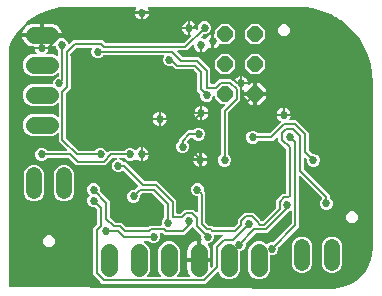
<source format=gbr>
G04 EAGLE Gerber RS-274X export*
G75*
%MOMM*%
%FSLAX34Y34*%
%LPD*%
%INBottom Copper*%
%IPPOS*%
%AMOC8*
5,1,8,0,0,1.08239X$1,22.5*%
G01*
%ADD10C,1.320800*%
%ADD11C,1.422400*%
%ADD12P,1.415766X8X292.500000*%
%ADD13C,0.685800*%
%ADD14C,0.203200*%

G36*
X276696Y957D02*
X276696Y957D01*
X276746Y956D01*
X281249Y1392D01*
X281272Y1398D01*
X281395Y1420D01*
X290079Y4041D01*
X290093Y4048D01*
X290109Y4051D01*
X290260Y4123D01*
X297966Y8907D01*
X297978Y8918D01*
X297993Y8924D01*
X298120Y9033D01*
X304322Y15652D01*
X304331Y15666D01*
X304343Y15676D01*
X304381Y15731D01*
X304398Y15750D01*
X304409Y15772D01*
X304438Y15814D01*
X307532Y21609D01*
X307542Y21640D01*
X307573Y21702D01*
X309018Y25573D01*
X309024Y25606D01*
X309048Y25678D01*
X310139Y30693D01*
X310141Y30726D01*
X310155Y30801D01*
X310521Y35920D01*
X310519Y35941D01*
X310523Y35975D01*
X310523Y176411D01*
X310520Y176428D01*
X310521Y176456D01*
X310064Y184019D01*
X310057Y184049D01*
X310053Y184111D01*
X308687Y191563D01*
X308677Y191592D01*
X308665Y191652D01*
X306411Y198886D01*
X306397Y198913D01*
X306378Y198972D01*
X303269Y205881D01*
X303252Y205906D01*
X303226Y205962D01*
X299306Y212446D01*
X299287Y212469D01*
X299254Y212522D01*
X294582Y218486D01*
X294559Y218507D01*
X294521Y218555D01*
X289163Y223913D01*
X289139Y223930D01*
X289094Y223974D01*
X283130Y228646D01*
X283103Y228661D01*
X283054Y228698D01*
X282196Y229217D01*
X280937Y229979D01*
X277159Y232262D01*
X276571Y232618D01*
X276542Y232629D01*
X276489Y232661D01*
X269580Y235770D01*
X269551Y235778D01*
X269494Y235803D01*
X262260Y238057D01*
X262230Y238061D01*
X262171Y238079D01*
X254719Y239445D01*
X254688Y239445D01*
X254627Y239456D01*
X250147Y239727D01*
X250129Y239725D01*
X250100Y239728D01*
X120535Y239591D01*
X120418Y239572D01*
X120299Y239554D01*
X120296Y239552D01*
X120293Y239551D01*
X120187Y239495D01*
X120081Y239440D01*
X120078Y239438D01*
X120075Y239436D01*
X119992Y239349D01*
X119910Y239263D01*
X119909Y239260D01*
X119906Y239258D01*
X119856Y239149D01*
X119805Y239041D01*
X119804Y239038D01*
X119803Y239034D01*
X119790Y238916D01*
X119775Y238797D01*
X119776Y238793D01*
X119776Y238790D01*
X119801Y238674D01*
X119826Y238556D01*
X119828Y238552D01*
X119828Y238550D01*
X119834Y238539D01*
X119903Y238407D01*
X120290Y237828D01*
X120740Y236741D01*
X120897Y235952D01*
X115191Y235952D01*
X115171Y235949D01*
X115151Y235951D01*
X115050Y235929D01*
X115016Y235923D01*
X115014Y235924D01*
X114995Y235926D01*
X114976Y235933D01*
X114809Y235952D01*
X109103Y235952D01*
X109260Y236741D01*
X109710Y237828D01*
X110089Y238396D01*
X110139Y238505D01*
X110190Y238614D01*
X110190Y238617D01*
X110191Y238619D01*
X110203Y238738D01*
X110216Y238859D01*
X110216Y238861D01*
X110216Y238864D01*
X110190Y238981D01*
X110164Y239099D01*
X110162Y239101D01*
X110162Y239104D01*
X110099Y239208D01*
X110037Y239310D01*
X110035Y239312D01*
X110034Y239314D01*
X109942Y239391D01*
X109850Y239470D01*
X109848Y239471D01*
X109846Y239472D01*
X109735Y239516D01*
X109622Y239561D01*
X109619Y239562D01*
X109617Y239563D01*
X109607Y239563D01*
X109455Y239580D01*
X46048Y239513D01*
X46018Y239508D01*
X45912Y239500D01*
X39783Y238377D01*
X39755Y238367D01*
X39694Y238355D01*
X33644Y236470D01*
X33616Y236456D01*
X33558Y236437D01*
X27779Y233836D01*
X27753Y233820D01*
X27697Y233794D01*
X22274Y230515D01*
X22251Y230496D01*
X22198Y230463D01*
X17210Y226555D01*
X17189Y226532D01*
X17141Y226494D01*
X12660Y222013D01*
X12642Y221988D01*
X12599Y221944D01*
X8690Y216955D01*
X8676Y216928D01*
X8638Y216879D01*
X5360Y211456D01*
X5348Y211428D01*
X5317Y211375D01*
X2716Y205596D01*
X2708Y205566D01*
X2684Y205510D01*
X2575Y205162D01*
X2571Y205131D01*
X2559Y205102D01*
X2541Y204936D01*
X2541Y3283D01*
X2544Y3266D01*
X2542Y3248D01*
X2563Y3144D01*
X2580Y3040D01*
X2589Y3025D01*
X2592Y3007D01*
X2646Y2916D01*
X2696Y2823D01*
X2708Y2811D01*
X2717Y2795D01*
X2797Y2726D01*
X2874Y2654D01*
X2890Y2646D01*
X2903Y2634D01*
X3001Y2594D01*
X3097Y2550D01*
X3115Y2548D01*
X3131Y2541D01*
X3298Y2522D01*
X276669Y953D01*
X276696Y957D01*
G37*
%LPC*%
G36*
X81529Y5079D02*
X81529Y5079D01*
X79520Y7088D01*
X75800Y10808D01*
X73791Y12817D01*
X73791Y52263D01*
X76728Y55200D01*
X76781Y55274D01*
X76841Y55343D01*
X76853Y55373D01*
X76872Y55400D01*
X76899Y55486D01*
X76933Y55571D01*
X76937Y55612D01*
X76944Y55635D01*
X76943Y55667D01*
X76951Y55738D01*
X76951Y68298D01*
X76937Y68388D01*
X76929Y68479D01*
X76917Y68509D01*
X76912Y68541D01*
X76869Y68622D01*
X76833Y68705D01*
X76807Y68738D01*
X76796Y68758D01*
X76773Y68780D01*
X76728Y68836D01*
X75665Y69900D01*
X75591Y69953D01*
X75522Y70012D01*
X75491Y70025D01*
X75465Y70043D01*
X75378Y70070D01*
X75293Y70104D01*
X75252Y70109D01*
X75230Y70116D01*
X75198Y70115D01*
X75127Y70123D01*
X73205Y70123D01*
X71198Y70954D01*
X69662Y72491D01*
X68830Y74498D01*
X68830Y76671D01*
X69662Y78678D01*
X70609Y79626D01*
X70621Y79642D01*
X70637Y79655D01*
X70693Y79742D01*
X70753Y79826D01*
X70759Y79845D01*
X70770Y79862D01*
X70795Y79962D01*
X70825Y80061D01*
X70825Y80081D01*
X70830Y80100D01*
X70822Y80203D01*
X70819Y80307D01*
X70812Y80326D01*
X70811Y80345D01*
X70770Y80440D01*
X70734Y80538D01*
X70722Y80554D01*
X70714Y80572D01*
X70609Y80703D01*
X69406Y81906D01*
X68574Y83914D01*
X68574Y86086D01*
X69406Y88094D01*
X70942Y89630D01*
X72950Y90462D01*
X75123Y90462D01*
X77130Y89630D01*
X78666Y88094D01*
X79498Y86086D01*
X79498Y84165D01*
X79513Y84075D01*
X79520Y83984D01*
X79532Y83954D01*
X79538Y83922D01*
X79580Y83842D01*
X79616Y83758D01*
X79642Y83726D01*
X79653Y83705D01*
X79676Y83683D01*
X79721Y83627D01*
X86040Y77308D01*
X88049Y75299D01*
X88049Y61578D01*
X88063Y61488D01*
X88071Y61397D01*
X88083Y61367D01*
X88088Y61335D01*
X88131Y61255D01*
X88167Y61171D01*
X88193Y61139D01*
X88204Y61118D01*
X88227Y61096D01*
X88272Y61040D01*
X91976Y57336D01*
X92050Y57283D01*
X92119Y57223D01*
X92149Y57211D01*
X92176Y57192D01*
X92263Y57165D01*
X92347Y57131D01*
X92388Y57127D01*
X92411Y57120D01*
X92443Y57121D01*
X92514Y57113D01*
X97946Y57113D01*
X101414Y53645D01*
X101488Y53592D01*
X101557Y53533D01*
X101587Y53521D01*
X101613Y53502D01*
X101700Y53475D01*
X101785Y53441D01*
X101826Y53436D01*
X101848Y53429D01*
X101881Y53430D01*
X101952Y53422D01*
X119636Y53422D01*
X119726Y53437D01*
X119817Y53444D01*
X119846Y53457D01*
X119878Y53462D01*
X119959Y53505D01*
X120043Y53541D01*
X120075Y53566D01*
X120096Y53577D01*
X120118Y53601D01*
X120174Y53645D01*
X121054Y54526D01*
X131087Y54526D01*
X131132Y54533D01*
X131178Y54531D01*
X131253Y54553D01*
X131330Y54565D01*
X131370Y54587D01*
X131414Y54600D01*
X131478Y54644D01*
X131547Y54681D01*
X131579Y54714D01*
X131616Y54740D01*
X131663Y54803D01*
X131716Y54859D01*
X131736Y54901D01*
X131763Y54937D01*
X131787Y55011D01*
X131820Y55082D01*
X131825Y55128D01*
X131839Y55171D01*
X131839Y55249D01*
X131847Y55326D01*
X131837Y55371D01*
X131837Y55417D01*
X131799Y55549D01*
X131795Y55567D01*
X131792Y55571D01*
X131790Y55578D01*
X131618Y55994D01*
X131618Y58166D01*
X132450Y60174D01*
X133808Y61532D01*
X133861Y61606D01*
X133921Y61676D01*
X133933Y61706D01*
X133952Y61732D01*
X133979Y61819D01*
X134013Y61904D01*
X134017Y61945D01*
X134024Y61967D01*
X134023Y61999D01*
X134031Y62071D01*
X134031Y71342D01*
X134016Y71432D01*
X134009Y71523D01*
X133997Y71553D01*
X133991Y71585D01*
X133949Y71665D01*
X133913Y71749D01*
X133887Y71781D01*
X133876Y71802D01*
X133853Y71824D01*
X133808Y71880D01*
X123960Y81728D01*
X123886Y81781D01*
X123817Y81841D01*
X123787Y81853D01*
X123760Y81872D01*
X123673Y81899D01*
X123589Y81933D01*
X123548Y81937D01*
X123525Y81944D01*
X123493Y81943D01*
X123422Y81951D01*
X115161Y81951D01*
X115071Y81937D01*
X114980Y81929D01*
X114950Y81917D01*
X114918Y81912D01*
X114837Y81869D01*
X114753Y81833D01*
X114721Y81807D01*
X114701Y81796D01*
X114678Y81773D01*
X114622Y81728D01*
X113753Y80859D01*
X113700Y80785D01*
X113640Y80715D01*
X113628Y80685D01*
X113609Y80659D01*
X113583Y80572D01*
X113548Y80487D01*
X113544Y80446D01*
X113537Y80424D01*
X113538Y80392D01*
X113530Y80320D01*
X113530Y78399D01*
X112698Y76392D01*
X111162Y74855D01*
X109155Y74024D01*
X106982Y74024D01*
X104974Y74855D01*
X103438Y76392D01*
X102606Y78399D01*
X102606Y80572D01*
X103438Y82579D01*
X104974Y84116D01*
X106982Y84947D01*
X108903Y84947D01*
X108993Y84962D01*
X109084Y84969D01*
X109114Y84982D01*
X109146Y84987D01*
X109226Y85030D01*
X109310Y85066D01*
X109342Y85091D01*
X109363Y85102D01*
X109385Y85126D01*
X109441Y85170D01*
X110311Y86040D01*
X111941Y87670D01*
X111953Y87687D01*
X111969Y87699D01*
X112025Y87786D01*
X112085Y87870D01*
X112091Y87889D01*
X112102Y87906D01*
X112127Y88006D01*
X112157Y88105D01*
X112157Y88125D01*
X112162Y88145D01*
X112154Y88247D01*
X112151Y88351D01*
X112144Y88370D01*
X112143Y88390D01*
X112102Y88485D01*
X112066Y88582D01*
X112054Y88598D01*
X112046Y88616D01*
X111941Y88747D01*
X99745Y100944D01*
X99728Y100956D01*
X99716Y100971D01*
X99629Y101027D01*
X99545Y101087D01*
X99526Y101093D01*
X99509Y101104D01*
X99409Y101129D01*
X99310Y101160D01*
X99290Y101159D01*
X99270Y101164D01*
X99168Y101156D01*
X99064Y101153D01*
X99045Y101147D01*
X99025Y101145D01*
X98930Y101105D01*
X98833Y101069D01*
X98817Y101056D01*
X98799Y101049D01*
X98668Y100944D01*
X98177Y100453D01*
X96170Y99622D01*
X93997Y99622D01*
X91989Y100453D01*
X90453Y101989D01*
X89622Y103997D01*
X89622Y106170D01*
X90453Y108177D01*
X91989Y109714D01*
X93856Y110487D01*
X93939Y110538D01*
X94025Y110584D01*
X94043Y110602D01*
X94065Y110616D01*
X94127Y110692D01*
X94194Y110762D01*
X94205Y110786D01*
X94222Y110806D01*
X94257Y110897D01*
X94298Y110985D01*
X94301Y111011D01*
X94310Y111035D01*
X94314Y111133D01*
X94325Y111229D01*
X94319Y111255D01*
X94321Y111281D01*
X94293Y111375D01*
X94273Y111470D01*
X94259Y111492D01*
X94252Y111517D01*
X94197Y111597D01*
X94147Y111681D01*
X94127Y111698D01*
X94112Y111719D01*
X94034Y111778D01*
X93960Y111841D01*
X93935Y111851D01*
X93914Y111866D01*
X93822Y111896D01*
X93731Y111933D01*
X93699Y111936D01*
X93681Y111942D01*
X93647Y111942D01*
X93565Y111951D01*
X90738Y111951D01*
X90648Y111937D01*
X90557Y111929D01*
X90527Y111917D01*
X90495Y111912D01*
X90415Y111869D01*
X90331Y111833D01*
X90299Y111807D01*
X90278Y111796D01*
X90256Y111773D01*
X90200Y111728D01*
X83946Y105474D01*
X59467Y105474D01*
X53213Y111728D01*
X53139Y111781D01*
X53069Y111841D01*
X53039Y111853D01*
X53013Y111872D01*
X52926Y111899D01*
X52841Y111933D01*
X52800Y111937D01*
X52778Y111944D01*
X52746Y111943D01*
X52674Y111951D01*
X34991Y111951D01*
X34901Y111937D01*
X34810Y111929D01*
X34780Y111917D01*
X34748Y111912D01*
X34667Y111869D01*
X34583Y111833D01*
X34551Y111807D01*
X34531Y111796D01*
X34508Y111773D01*
X34452Y111728D01*
X33094Y110370D01*
X31086Y109538D01*
X28914Y109538D01*
X26906Y110370D01*
X25370Y111906D01*
X24538Y113914D01*
X24538Y116086D01*
X25370Y118094D01*
X26906Y119630D01*
X28914Y120462D01*
X31086Y120462D01*
X33094Y119630D01*
X34452Y118272D01*
X34526Y118219D01*
X34596Y118159D01*
X34626Y118147D01*
X34652Y118128D01*
X34739Y118101D01*
X34824Y118067D01*
X34865Y118063D01*
X34887Y118056D01*
X34919Y118057D01*
X34991Y118049D01*
X50802Y118049D01*
X50873Y118060D01*
X50944Y118062D01*
X50993Y118080D01*
X51045Y118088D01*
X51108Y118122D01*
X51175Y118147D01*
X51216Y118179D01*
X51262Y118204D01*
X51311Y118256D01*
X51367Y118300D01*
X51396Y118344D01*
X51431Y118382D01*
X51462Y118447D01*
X51500Y118507D01*
X51513Y118558D01*
X51535Y118605D01*
X51543Y118676D01*
X51560Y118746D01*
X51556Y118798D01*
X51562Y118849D01*
X51547Y118920D01*
X51541Y118991D01*
X51521Y119039D01*
X51510Y119090D01*
X51473Y119151D01*
X51445Y119217D01*
X51400Y119273D01*
X51384Y119301D01*
X51366Y119316D01*
X51340Y119348D01*
X44623Y126065D01*
X44623Y132041D01*
X44612Y132112D01*
X44610Y132183D01*
X44592Y132232D01*
X44584Y132284D01*
X44550Y132347D01*
X44525Y132414D01*
X44493Y132455D01*
X44468Y132501D01*
X44416Y132550D01*
X44372Y132606D01*
X44328Y132634D01*
X44290Y132670D01*
X44225Y132701D01*
X44165Y132739D01*
X44114Y132752D01*
X44067Y132774D01*
X43996Y132782D01*
X43926Y132799D01*
X43874Y132795D01*
X43823Y132801D01*
X43752Y132786D01*
X43681Y132780D01*
X43633Y132760D01*
X43582Y132749D01*
X43521Y132712D01*
X43455Y132684D01*
X43399Y132639D01*
X43371Y132623D01*
X43356Y132605D01*
X43324Y132579D01*
X42692Y131947D01*
X39331Y130555D01*
X21469Y130555D01*
X18108Y131947D01*
X15535Y134520D01*
X14143Y137881D01*
X14143Y141519D01*
X15535Y144880D01*
X18108Y147453D01*
X21469Y148845D01*
X39331Y148845D01*
X42692Y147453D01*
X43324Y146821D01*
X43382Y146779D01*
X43434Y146730D01*
X43481Y146708D01*
X43523Y146677D01*
X43592Y146656D01*
X43657Y146626D01*
X43709Y146620D01*
X43759Y146605D01*
X43830Y146607D01*
X43901Y146599D01*
X43952Y146610D01*
X44004Y146611D01*
X44072Y146636D01*
X44142Y146651D01*
X44187Y146678D01*
X44235Y146696D01*
X44291Y146741D01*
X44353Y146777D01*
X44387Y146817D01*
X44427Y146849D01*
X44466Y146910D01*
X44513Y146964D01*
X44532Y147013D01*
X44560Y147056D01*
X44578Y147126D01*
X44605Y147192D01*
X44613Y147264D01*
X44621Y147295D01*
X44619Y147318D01*
X44623Y147359D01*
X44623Y157441D01*
X44612Y157512D01*
X44610Y157583D01*
X44592Y157632D01*
X44584Y157684D01*
X44550Y157747D01*
X44525Y157814D01*
X44493Y157855D01*
X44468Y157901D01*
X44416Y157950D01*
X44372Y158006D01*
X44328Y158034D01*
X44290Y158070D01*
X44225Y158101D01*
X44165Y158139D01*
X44114Y158152D01*
X44067Y158174D01*
X43996Y158182D01*
X43926Y158199D01*
X43874Y158195D01*
X43823Y158201D01*
X43752Y158186D01*
X43681Y158180D01*
X43633Y158160D01*
X43582Y158149D01*
X43521Y158112D01*
X43455Y158084D01*
X43399Y158039D01*
X43371Y158023D01*
X43356Y158005D01*
X43324Y157979D01*
X42692Y157347D01*
X39331Y155955D01*
X21469Y155955D01*
X18108Y157347D01*
X15535Y159920D01*
X14143Y163281D01*
X14143Y166919D01*
X15535Y170280D01*
X18108Y172853D01*
X21469Y174245D01*
X38777Y174245D01*
X38797Y174248D01*
X38816Y174246D01*
X38918Y174268D01*
X39020Y174284D01*
X39037Y174294D01*
X39057Y174298D01*
X39146Y174351D01*
X39237Y174400D01*
X39251Y174414D01*
X39268Y174424D01*
X39335Y174503D01*
X39407Y174578D01*
X39415Y174596D01*
X39428Y174611D01*
X39467Y174707D01*
X39510Y174801D01*
X39512Y174821D01*
X39520Y174839D01*
X39538Y175006D01*
X39538Y176086D01*
X40370Y178094D01*
X41906Y179630D01*
X43932Y180469D01*
X44003Y180485D01*
X44105Y180501D01*
X44122Y180511D01*
X44142Y180515D01*
X44231Y180568D01*
X44322Y180617D01*
X44336Y180631D01*
X44353Y180641D01*
X44420Y180720D01*
X44492Y180795D01*
X44500Y180813D01*
X44513Y180828D01*
X44552Y180924D01*
X44595Y181018D01*
X44597Y181038D01*
X44605Y181056D01*
X44623Y181223D01*
X44623Y182841D01*
X44612Y182912D01*
X44610Y182983D01*
X44592Y183032D01*
X44584Y183084D01*
X44550Y183147D01*
X44525Y183214D01*
X44493Y183255D01*
X44468Y183301D01*
X44416Y183350D01*
X44372Y183406D01*
X44328Y183434D01*
X44290Y183470D01*
X44225Y183501D01*
X44165Y183539D01*
X44114Y183552D01*
X44067Y183574D01*
X43996Y183582D01*
X43926Y183599D01*
X43874Y183595D01*
X43823Y183601D01*
X43752Y183586D01*
X43681Y183580D01*
X43633Y183560D01*
X43582Y183549D01*
X43521Y183512D01*
X43455Y183484D01*
X43399Y183439D01*
X43371Y183423D01*
X43356Y183405D01*
X43324Y183379D01*
X42692Y182747D01*
X39331Y181355D01*
X21469Y181355D01*
X18108Y182747D01*
X15535Y185320D01*
X14143Y188681D01*
X14143Y192319D01*
X15535Y195680D01*
X18108Y198253D01*
X21469Y199645D01*
X25075Y199645D01*
X25146Y199656D01*
X25217Y199658D01*
X25266Y199676D01*
X25318Y199684D01*
X25381Y199718D01*
X25448Y199743D01*
X25489Y199775D01*
X25535Y199800D01*
X25584Y199851D01*
X25640Y199896D01*
X25669Y199940D01*
X25704Y199978D01*
X25735Y200043D01*
X25773Y200103D01*
X25786Y200154D01*
X25808Y200201D01*
X25816Y200272D01*
X25834Y200342D01*
X25829Y200394D01*
X25835Y200445D01*
X25820Y200516D01*
X25814Y200587D01*
X25794Y200635D01*
X25783Y200686D01*
X25746Y200747D01*
X25718Y200813D01*
X25673Y200869D01*
X25657Y200897D01*
X25639Y200912D01*
X25613Y200944D01*
X25363Y201194D01*
X24710Y202172D01*
X24260Y203259D01*
X24103Y204048D01*
X29809Y204048D01*
X29829Y204051D01*
X29849Y204049D01*
X29950Y204071D01*
X29984Y204077D01*
X29986Y204076D01*
X30005Y204074D01*
X30024Y204067D01*
X30191Y204048D01*
X35897Y204048D01*
X35740Y203259D01*
X35290Y202172D01*
X34637Y201194D01*
X34387Y200944D01*
X34345Y200886D01*
X34296Y200834D01*
X34274Y200787D01*
X34243Y200745D01*
X34222Y200676D01*
X34192Y200611D01*
X34186Y200559D01*
X34171Y200509D01*
X34173Y200438D01*
X34165Y200367D01*
X34176Y200316D01*
X34177Y200264D01*
X34202Y200196D01*
X34217Y200126D01*
X34244Y200081D01*
X34262Y200033D01*
X34306Y199977D01*
X34343Y199915D01*
X34383Y199881D01*
X34415Y199841D01*
X34476Y199802D01*
X34530Y199755D01*
X34579Y199736D01*
X34622Y199708D01*
X34692Y199690D01*
X34758Y199663D01*
X34830Y199655D01*
X34861Y199647D01*
X34884Y199649D01*
X34925Y199645D01*
X39331Y199645D01*
X42692Y198253D01*
X42848Y198096D01*
X42906Y198055D01*
X42958Y198005D01*
X43006Y197983D01*
X43048Y197953D01*
X43116Y197932D01*
X43181Y197902D01*
X43233Y197896D01*
X43283Y197880D01*
X43355Y197882D01*
X43426Y197874D01*
X43477Y197886D01*
X43529Y197887D01*
X43596Y197911D01*
X43666Y197927D01*
X43711Y197953D01*
X43760Y197971D01*
X43816Y198016D01*
X43877Y198053D01*
X43911Y198092D01*
X43952Y198125D01*
X43991Y198185D01*
X44037Y198240D01*
X44057Y198288D01*
X44085Y198332D01*
X44102Y198401D01*
X44129Y198468D01*
X44137Y198539D01*
X44145Y198570D01*
X44143Y198594D01*
X44148Y198635D01*
X44148Y202813D01*
X44133Y202903D01*
X44126Y202994D01*
X44113Y203024D01*
X44108Y203056D01*
X44065Y203136D01*
X44030Y203220D01*
X44004Y203252D01*
X43993Y203273D01*
X43970Y203295D01*
X43925Y203351D01*
X42566Y204710D01*
X41856Y206424D01*
X41796Y206521D01*
X41740Y206618D01*
X41732Y206625D01*
X41726Y206633D01*
X41639Y206705D01*
X41554Y206780D01*
X41545Y206784D01*
X41537Y206790D01*
X41432Y206831D01*
X41327Y206874D01*
X41317Y206875D01*
X41307Y206878D01*
X41195Y206883D01*
X41082Y206891D01*
X41070Y206888D01*
X41062Y206889D01*
X41037Y206882D01*
X40917Y206857D01*
X39772Y206485D01*
X38272Y206247D01*
X36731Y206247D01*
X36711Y206244D01*
X36692Y206246D01*
X36590Y206224D01*
X36488Y206208D01*
X36471Y206198D01*
X36451Y206194D01*
X36362Y206141D01*
X36271Y206092D01*
X36257Y206078D01*
X36240Y206068D01*
X36173Y205989D01*
X36137Y205952D01*
X30952Y205952D01*
X30952Y210897D01*
X31013Y210885D01*
X31108Y210882D01*
X31201Y210871D01*
X31230Y210878D01*
X31259Y210877D01*
X31350Y210904D01*
X31442Y210924D01*
X31467Y210939D01*
X31495Y210947D01*
X31572Y211002D01*
X31653Y211050D01*
X31672Y211072D01*
X31696Y211089D01*
X31751Y211165D01*
X31813Y211237D01*
X31824Y211264D01*
X31841Y211288D01*
X31869Y211377D01*
X31905Y211465D01*
X31909Y211502D01*
X31915Y211522D01*
X31915Y211555D01*
X31923Y211632D01*
X31923Y214377D01*
X47044Y214377D01*
X47007Y214146D01*
X47008Y214066D01*
X46999Y213987D01*
X47008Y213944D01*
X47008Y213900D01*
X47034Y213824D01*
X47051Y213747D01*
X47074Y213709D01*
X47088Y213667D01*
X47136Y213604D01*
X47177Y213536D01*
X47211Y213507D01*
X47238Y213472D01*
X47304Y213427D01*
X47364Y213376D01*
X47405Y213359D01*
X47442Y213334D01*
X47518Y213313D01*
X47592Y213284D01*
X47651Y213277D01*
X47679Y213269D01*
X47707Y213271D01*
X47759Y213265D01*
X48283Y213265D01*
X50290Y212434D01*
X51827Y210897D01*
X52658Y208890D01*
X52658Y208808D01*
X52670Y208737D01*
X52672Y208665D01*
X52690Y208616D01*
X52698Y208565D01*
X52731Y208501D01*
X52756Y208434D01*
X52789Y208393D01*
X52813Y208347D01*
X52865Y208298D01*
X52910Y208242D01*
X52954Y208214D01*
X52991Y208178D01*
X53056Y208148D01*
X53117Y208109D01*
X53167Y208096D01*
X53214Y208074D01*
X53286Y208067D01*
X53355Y208049D01*
X53407Y208053D01*
X53459Y208047D01*
X53529Y208063D01*
X53600Y208068D01*
X53648Y208089D01*
X53699Y208100D01*
X53761Y208136D01*
X53827Y208164D01*
X53883Y208209D01*
X53910Y208226D01*
X53926Y208244D01*
X53958Y208269D01*
X57053Y211365D01*
X81625Y211365D01*
X83815Y209175D01*
X83889Y209122D01*
X83958Y209062D01*
X83988Y209050D01*
X84015Y209031D01*
X84102Y209004D01*
X84186Y208970D01*
X84227Y208966D01*
X84250Y208959D01*
X84282Y208960D01*
X84353Y208952D01*
X150305Y208952D01*
X150396Y208966D01*
X150486Y208974D01*
X150516Y208986D01*
X150548Y208991D01*
X150629Y209034D01*
X150713Y209070D01*
X150745Y209096D01*
X150766Y209107D01*
X150788Y209130D01*
X150844Y209175D01*
X156177Y214508D01*
X156219Y214566D01*
X156268Y214618D01*
X156290Y214665D01*
X156320Y214707D01*
X156341Y214776D01*
X156372Y214841D01*
X156377Y214893D01*
X156393Y214943D01*
X156391Y215014D01*
X156399Y215085D01*
X156388Y215136D01*
X156386Y215188D01*
X156362Y215256D01*
X156346Y215326D01*
X156320Y215371D01*
X156302Y215419D01*
X156257Y215475D01*
X156220Y215537D01*
X156181Y215571D01*
X156148Y215611D01*
X156088Y215650D01*
X156033Y215697D01*
X155985Y215716D01*
X155952Y215738D01*
X155952Y220825D01*
X161046Y220825D01*
X161068Y220765D01*
X161100Y220724D01*
X161125Y220678D01*
X161177Y220629D01*
X161222Y220573D01*
X161265Y220545D01*
X161303Y220509D01*
X161368Y220479D01*
X161429Y220440D01*
X161479Y220427D01*
X161526Y220405D01*
X161597Y220397D01*
X161667Y220380D01*
X161719Y220384D01*
X161770Y220378D01*
X161841Y220394D01*
X161912Y220399D01*
X161960Y220419D01*
X162011Y220431D01*
X162072Y220467D01*
X162139Y220496D01*
X162194Y220540D01*
X162222Y220557D01*
X162237Y220574D01*
X162270Y220600D01*
X162306Y220637D01*
X162359Y220711D01*
X162418Y220780D01*
X162430Y220810D01*
X162449Y220837D01*
X162476Y220923D01*
X162510Y221008D01*
X162515Y221049D01*
X162522Y221072D01*
X162521Y221104D01*
X162529Y221175D01*
X162529Y223096D01*
X163360Y225104D01*
X164896Y226640D01*
X166904Y227471D01*
X169077Y227471D01*
X171084Y226640D01*
X172621Y225104D01*
X173452Y223096D01*
X173452Y220923D01*
X172621Y218916D01*
X171084Y217379D01*
X169077Y216548D01*
X167155Y216548D01*
X167065Y216533D01*
X166974Y216526D01*
X166945Y216513D01*
X166913Y216508D01*
X166832Y216466D01*
X166748Y216430D01*
X166716Y216404D01*
X166695Y216393D01*
X166673Y216370D01*
X166617Y216325D01*
X164838Y214546D01*
X164797Y214488D01*
X164747Y214436D01*
X164725Y214389D01*
X164695Y214347D01*
X164674Y214278D01*
X164644Y214213D01*
X164638Y214161D01*
X164623Y214111D01*
X164624Y214040D01*
X164617Y213969D01*
X164628Y213918D01*
X164629Y213866D01*
X164654Y213798D01*
X164669Y213728D01*
X164695Y213683D01*
X164713Y213635D01*
X164758Y213579D01*
X164795Y213517D01*
X164835Y213483D01*
X164867Y213443D01*
X164927Y213404D01*
X164982Y213357D01*
X165030Y213338D01*
X165074Y213310D01*
X165143Y213292D01*
X165210Y213265D01*
X165281Y213257D01*
X165313Y213249D01*
X165336Y213251D01*
X165377Y213247D01*
X165588Y213247D01*
X166741Y213017D01*
X167828Y212567D01*
X168134Y212363D01*
X168219Y212324D01*
X168302Y212278D01*
X168331Y212273D01*
X168358Y212261D01*
X168451Y212251D01*
X168544Y212235D01*
X168573Y212239D01*
X168602Y212236D01*
X168694Y212257D01*
X168788Y212270D01*
X168814Y212284D01*
X168842Y212290D01*
X168923Y212339D01*
X169007Y212382D01*
X169027Y212403D01*
X169052Y212418D01*
X169113Y212490D01*
X169179Y212557D01*
X169197Y212590D01*
X169211Y212606D01*
X169223Y212637D01*
X169260Y212704D01*
X169524Y213342D01*
X170177Y214319D01*
X171009Y215151D01*
X171986Y215804D01*
X173073Y216254D01*
X173862Y216411D01*
X173862Y210705D01*
X173866Y210685D01*
X173863Y210665D01*
X173885Y210564D01*
X173891Y210529D01*
X173891Y210528D01*
X173888Y210508D01*
X173881Y210490D01*
X173862Y210323D01*
X173862Y204616D01*
X173073Y204773D01*
X171986Y205224D01*
X171680Y205428D01*
X171595Y205467D01*
X171512Y205513D01*
X171483Y205518D01*
X171457Y205530D01*
X171363Y205539D01*
X171270Y205556D01*
X171241Y205552D01*
X171212Y205555D01*
X171120Y205534D01*
X171027Y205520D01*
X171000Y205507D01*
X170972Y205501D01*
X170891Y205452D01*
X170807Y205409D01*
X170787Y205388D01*
X170762Y205373D01*
X170701Y205300D01*
X170635Y205233D01*
X170617Y205201D01*
X170603Y205185D01*
X170591Y205154D01*
X170554Y205086D01*
X170290Y204449D01*
X169637Y203471D01*
X168806Y202640D01*
X167828Y201987D01*
X166741Y201537D01*
X165952Y201380D01*
X165952Y207086D01*
X165949Y207106D01*
X165951Y207126D01*
X165929Y207227D01*
X165912Y207329D01*
X165903Y207347D01*
X165898Y207366D01*
X165845Y207455D01*
X165797Y207546D01*
X165783Y207560D01*
X165772Y207577D01*
X165694Y207645D01*
X165619Y207716D01*
X165601Y207724D01*
X165585Y207737D01*
X165489Y207776D01*
X165396Y207819D01*
X165376Y207822D01*
X165357Y207829D01*
X165191Y207848D01*
X164809Y207848D01*
X164790Y207844D01*
X164770Y207847D01*
X164669Y207825D01*
X164567Y207808D01*
X164549Y207799D01*
X164530Y207794D01*
X164441Y207741D01*
X164349Y207693D01*
X164336Y207678D01*
X164319Y207668D01*
X164251Y207589D01*
X164180Y207514D01*
X164172Y207496D01*
X164159Y207481D01*
X164120Y207385D01*
X164076Y207291D01*
X164074Y207272D01*
X164067Y207253D01*
X164048Y207086D01*
X164048Y201380D01*
X163259Y201537D01*
X162172Y201987D01*
X161194Y202640D01*
X160363Y203471D01*
X159710Y204449D01*
X159260Y205536D01*
X159030Y206689D01*
X159030Y206900D01*
X159019Y206971D01*
X159017Y207043D01*
X158999Y207092D01*
X158991Y207143D01*
X158957Y207206D01*
X158932Y207274D01*
X158900Y207314D01*
X158875Y207360D01*
X158823Y207410D01*
X158779Y207466D01*
X158735Y207494D01*
X158697Y207530D01*
X158632Y207560D01*
X158572Y207599D01*
X158521Y207611D01*
X158474Y207633D01*
X158403Y207641D01*
X158333Y207659D01*
X158281Y207655D01*
X158230Y207660D01*
X158159Y207645D01*
X158088Y207640D01*
X158040Y207619D01*
X157989Y207608D01*
X157928Y207571D01*
X157862Y207543D01*
X157806Y207499D01*
X157778Y207482D01*
X157763Y207464D01*
X157731Y207439D01*
X155155Y204863D01*
X153146Y202854D01*
X145794Y202854D01*
X145723Y202843D01*
X145652Y202841D01*
X145603Y202823D01*
X145551Y202815D01*
X145488Y202781D01*
X145421Y202756D01*
X145380Y202724D01*
X145334Y202699D01*
X145285Y202648D01*
X145229Y202603D01*
X145200Y202559D01*
X145164Y202521D01*
X145134Y202456D01*
X145096Y202396D01*
X145083Y202345D01*
X145061Y202298D01*
X145053Y202227D01*
X145035Y202157D01*
X145040Y202105D01*
X145034Y202054D01*
X145049Y201983D01*
X145055Y201912D01*
X145075Y201864D01*
X145086Y201813D01*
X145123Y201752D01*
X145151Y201686D01*
X145196Y201630D01*
X145212Y201602D01*
X145230Y201587D01*
X145256Y201555D01*
X149475Y197336D01*
X149549Y197283D01*
X149618Y197223D01*
X149648Y197211D01*
X149674Y197192D01*
X149761Y197165D01*
X149846Y197131D01*
X149887Y197127D01*
X149910Y197120D01*
X149942Y197121D01*
X150013Y197113D01*
X162946Y197113D01*
X173049Y187010D01*
X173049Y175287D01*
X173052Y175267D01*
X173050Y175248D01*
X173072Y175146D01*
X173088Y175044D01*
X173098Y175027D01*
X173102Y175007D01*
X173155Y174918D01*
X173204Y174827D01*
X173218Y174813D01*
X173228Y174796D01*
X173307Y174729D01*
X173382Y174657D01*
X173400Y174649D01*
X173415Y174636D01*
X173511Y174597D01*
X173605Y174554D01*
X173625Y174552D01*
X173643Y174544D01*
X173810Y174526D01*
X175839Y174526D01*
X175929Y174540D01*
X176020Y174548D01*
X176050Y174560D01*
X176082Y174565D01*
X176163Y174608D01*
X176247Y174644D01*
X176279Y174670D01*
X176299Y174681D01*
X176322Y174704D01*
X176378Y174749D01*
X180266Y178637D01*
X190734Y178637D01*
X192090Y177281D01*
X192127Y177255D01*
X192158Y177221D01*
X192226Y177183D01*
X192289Y177138D01*
X192333Y177124D01*
X192374Y177102D01*
X192450Y177088D01*
X192525Y177065D01*
X192570Y177067D01*
X192616Y177058D01*
X192693Y177070D01*
X192770Y177072D01*
X192814Y177088D01*
X192859Y177094D01*
X192928Y177130D01*
X193001Y177156D01*
X193037Y177185D01*
X193078Y177206D01*
X193133Y177261D01*
X193193Y177310D01*
X193218Y177349D01*
X193250Y177381D01*
X193316Y177501D01*
X193326Y177517D01*
X193328Y177522D01*
X193331Y177528D01*
X193594Y178163D01*
X194247Y179141D01*
X195079Y179972D01*
X196057Y180625D01*
X197143Y181075D01*
X197933Y181232D01*
X197933Y176287D01*
X194922Y176287D01*
X194851Y176275D01*
X194780Y176273D01*
X194731Y176255D01*
X194679Y176247D01*
X194616Y176214D01*
X194549Y176189D01*
X194508Y176156D01*
X194462Y176132D01*
X194413Y176080D01*
X194357Y176035D01*
X194328Y175991D01*
X194293Y175954D01*
X194262Y175889D01*
X194224Y175828D01*
X194211Y175778D01*
X194189Y175731D01*
X194181Y175659D01*
X194164Y175590D01*
X194168Y175538D01*
X194162Y175486D01*
X194177Y175416D01*
X194183Y175344D01*
X194203Y175297D01*
X194214Y175246D01*
X194251Y175184D01*
X194279Y175118D01*
X194324Y175062D01*
X194340Y175035D01*
X194358Y175019D01*
X194384Y174987D01*
X194765Y174606D01*
X194839Y174553D01*
X194908Y174494D01*
X194938Y174481D01*
X194965Y174463D01*
X195052Y174436D01*
X195136Y174402D01*
X195177Y174397D01*
X195200Y174390D01*
X195232Y174391D01*
X195303Y174383D01*
X197933Y174383D01*
X197933Y171754D01*
X197947Y171664D01*
X197954Y171573D01*
X197967Y171543D01*
X197972Y171511D01*
X198015Y171430D01*
X198051Y171347D01*
X198076Y171314D01*
X198087Y171294D01*
X198111Y171272D01*
X198137Y171239D01*
X198137Y160766D01*
X188272Y150901D01*
X188219Y150827D01*
X188159Y150757D01*
X188147Y150727D01*
X188128Y150701D01*
X188101Y150614D01*
X188067Y150529D01*
X188063Y150488D01*
X188056Y150466D01*
X188057Y150434D01*
X188049Y150362D01*
X188049Y114991D01*
X188063Y114901D01*
X188071Y114810D01*
X188083Y114780D01*
X188088Y114748D01*
X188131Y114667D01*
X188167Y114583D01*
X188193Y114551D01*
X188204Y114531D01*
X188227Y114508D01*
X188272Y114452D01*
X189630Y113094D01*
X190462Y111086D01*
X190462Y108914D01*
X189630Y106906D01*
X188094Y105370D01*
X186086Y104538D01*
X183914Y104538D01*
X181906Y105370D01*
X180370Y106906D01*
X179538Y108914D01*
X179538Y111086D01*
X180370Y113094D01*
X181728Y114452D01*
X181781Y114526D01*
X181841Y114596D01*
X181853Y114626D01*
X181872Y114652D01*
X181899Y114739D01*
X181933Y114824D01*
X181937Y114865D01*
X181944Y114887D01*
X181943Y114919D01*
X181951Y114991D01*
X181951Y153203D01*
X184876Y156128D01*
X184918Y156186D01*
X184967Y156238D01*
X184989Y156285D01*
X185019Y156327D01*
X185040Y156396D01*
X185071Y156461D01*
X185076Y156513D01*
X185092Y156563D01*
X185090Y156634D01*
X185098Y156705D01*
X185087Y156756D01*
X185085Y156808D01*
X185061Y156876D01*
X185045Y156946D01*
X185019Y156991D01*
X185001Y157039D01*
X184956Y157095D01*
X184919Y157157D01*
X184880Y157191D01*
X184847Y157231D01*
X184787Y157270D01*
X184732Y157317D01*
X184684Y157336D01*
X184640Y157364D01*
X184571Y157382D01*
X184504Y157409D01*
X184433Y157417D01*
X184402Y157425D01*
X184378Y157423D01*
X184337Y157427D01*
X181949Y157427D01*
X176927Y162449D01*
X176927Y163625D01*
X176912Y163721D01*
X176902Y163818D01*
X176892Y163842D01*
X176888Y163867D01*
X176842Y163953D01*
X176802Y164042D01*
X176785Y164062D01*
X176772Y164085D01*
X176702Y164152D01*
X176636Y164224D01*
X176613Y164236D01*
X176594Y164254D01*
X176506Y164295D01*
X176420Y164342D01*
X176395Y164347D01*
X176371Y164358D01*
X176274Y164369D01*
X176178Y164386D01*
X176152Y164382D01*
X176127Y164385D01*
X176031Y164364D01*
X175935Y164350D01*
X175912Y164338D01*
X175886Y164333D01*
X175803Y164283D01*
X175716Y164239D01*
X175697Y164220D01*
X175675Y164206D01*
X175612Y164132D01*
X175544Y164063D01*
X175528Y164034D01*
X175515Y164020D01*
X175503Y163989D01*
X175463Y163916D01*
X174630Y161906D01*
X173094Y160370D01*
X171086Y159538D01*
X168914Y159538D01*
X166906Y160370D01*
X165370Y161906D01*
X164538Y163914D01*
X164538Y165835D01*
X164524Y165925D01*
X164516Y166016D01*
X164504Y166046D01*
X164499Y166078D01*
X164456Y166158D01*
X164420Y166242D01*
X164394Y166274D01*
X164383Y166295D01*
X164360Y166317D01*
X164315Y166373D01*
X161951Y168737D01*
X161951Y183422D01*
X161937Y183512D01*
X161929Y183603D01*
X161917Y183633D01*
X161912Y183665D01*
X161869Y183745D01*
X161833Y183829D01*
X161807Y183861D01*
X161796Y183882D01*
X161773Y183904D01*
X161728Y183960D01*
X158960Y186728D01*
X158886Y186781D01*
X158817Y186841D01*
X158787Y186853D01*
X158760Y186872D01*
X158673Y186899D01*
X158589Y186933D01*
X158548Y186937D01*
X158525Y186944D01*
X158493Y186943D01*
X158422Y186951D01*
X143737Y186951D01*
X141005Y189684D01*
X140910Y189752D01*
X140816Y189822D01*
X140810Y189824D01*
X140805Y189827D01*
X140694Y189862D01*
X140582Y189898D01*
X140576Y189898D01*
X140570Y189900D01*
X140453Y189897D01*
X140336Y189896D01*
X140329Y189893D01*
X140324Y189893D01*
X140307Y189887D01*
X140175Y189849D01*
X139425Y189538D01*
X137253Y189538D01*
X135245Y190370D01*
X133709Y191906D01*
X132877Y193914D01*
X132877Y196086D01*
X133561Y197738D01*
X133572Y197782D01*
X133591Y197824D01*
X133600Y197901D01*
X133617Y197977D01*
X133613Y198023D01*
X133618Y198068D01*
X133602Y198145D01*
X133594Y198222D01*
X133576Y198264D01*
X133566Y198309D01*
X133526Y198376D01*
X133494Y198447D01*
X133463Y198481D01*
X133440Y198520D01*
X133381Y198571D01*
X133328Y198628D01*
X133288Y198650D01*
X133253Y198680D01*
X133181Y198709D01*
X133112Y198746D01*
X133067Y198755D01*
X133025Y198772D01*
X132889Y198787D01*
X132870Y198790D01*
X132865Y198789D01*
X132858Y198790D01*
X82670Y198790D01*
X82580Y198776D01*
X82489Y198768D01*
X82459Y198756D01*
X82427Y198751D01*
X82346Y198708D01*
X82262Y198672D01*
X82230Y198646D01*
X82210Y198635D01*
X82187Y198612D01*
X82132Y198567D01*
X80773Y197209D01*
X78766Y196377D01*
X76593Y196377D01*
X74585Y197209D01*
X73049Y198745D01*
X72217Y200753D01*
X72217Y202925D01*
X72751Y204215D01*
X72762Y204259D01*
X72781Y204301D01*
X72790Y204378D01*
X72808Y204454D01*
X72803Y204500D01*
X72808Y204545D01*
X72792Y204622D01*
X72785Y204699D01*
X72766Y204741D01*
X72756Y204786D01*
X72716Y204853D01*
X72685Y204924D01*
X72653Y204958D01*
X72630Y204997D01*
X72571Y205048D01*
X72518Y205105D01*
X72478Y205127D01*
X72443Y205157D01*
X72371Y205186D01*
X72303Y205223D01*
X72257Y205232D01*
X72215Y205249D01*
X72079Y205264D01*
X72061Y205267D01*
X72056Y205266D01*
X72048Y205267D01*
X59894Y205267D01*
X59804Y205253D01*
X59713Y205245D01*
X59683Y205233D01*
X59651Y205228D01*
X59571Y205185D01*
X59487Y205149D01*
X59455Y205123D01*
X59434Y205112D01*
X59412Y205089D01*
X59356Y205044D01*
X54532Y200221D01*
X54479Y200147D01*
X54420Y200077D01*
X54407Y200047D01*
X54389Y200021D01*
X54362Y199934D01*
X54328Y199849D01*
X54323Y199808D01*
X54316Y199786D01*
X54317Y199754D01*
X54309Y199682D01*
X54309Y198445D01*
X54324Y198355D01*
X54331Y198264D01*
X54344Y198235D01*
X54349Y198203D01*
X54392Y198122D01*
X54427Y198038D01*
X54453Y198006D01*
X54464Y197985D01*
X54487Y197963D01*
X54532Y197907D01*
X54785Y197655D01*
X54785Y170473D01*
X50944Y166632D01*
X50891Y166558D01*
X50831Y166489D01*
X50819Y166459D01*
X50800Y166432D01*
X50773Y166345D01*
X50739Y166261D01*
X50735Y166220D01*
X50728Y166197D01*
X50729Y166165D01*
X50721Y166094D01*
X50721Y128906D01*
X50735Y128816D01*
X50743Y128725D01*
X50755Y128695D01*
X50760Y128663D01*
X50803Y128583D01*
X50839Y128499D01*
X50865Y128467D01*
X50876Y128446D01*
X50899Y128424D01*
X50944Y128368D01*
X61040Y118272D01*
X61114Y118219D01*
X61183Y118159D01*
X61213Y118147D01*
X61240Y118128D01*
X61327Y118101D01*
X61411Y118067D01*
X61452Y118063D01*
X61475Y118056D01*
X61507Y118057D01*
X61578Y118049D01*
X75009Y118049D01*
X75099Y118063D01*
X75190Y118071D01*
X75220Y118083D01*
X75252Y118088D01*
X75333Y118131D01*
X75417Y118167D01*
X75449Y118193D01*
X75469Y118204D01*
X75492Y118227D01*
X75548Y118272D01*
X76906Y119630D01*
X78914Y120462D01*
X81086Y120462D01*
X83094Y119630D01*
X84630Y118094D01*
X85164Y116805D01*
X85188Y116765D01*
X85204Y116722D01*
X85253Y116662D01*
X85294Y116595D01*
X85329Y116566D01*
X85358Y116530D01*
X85423Y116488D01*
X85483Y116439D01*
X85526Y116422D01*
X85565Y116397D01*
X85640Y116378D01*
X85713Y116350D01*
X85759Y116349D01*
X85803Y116337D01*
X85881Y116343D01*
X85959Y116340D01*
X86003Y116353D01*
X86049Y116356D01*
X86120Y116387D01*
X86195Y116409D01*
X86233Y116435D01*
X86275Y116453D01*
X86382Y116538D01*
X86397Y116549D01*
X86400Y116553D01*
X86406Y116558D01*
X87897Y118049D01*
X100009Y118049D01*
X100099Y118063D01*
X100190Y118071D01*
X100220Y118083D01*
X100252Y118088D01*
X100333Y118131D01*
X100417Y118167D01*
X100449Y118193D01*
X100469Y118204D01*
X100492Y118227D01*
X100548Y118272D01*
X101906Y119630D01*
X103914Y120462D01*
X106086Y120462D01*
X108094Y119630D01*
X109022Y118702D01*
X109099Y118646D01*
X109171Y118586D01*
X109199Y118575D01*
X109222Y118558D01*
X109312Y118530D01*
X109400Y118496D01*
X109429Y118494D01*
X109457Y118486D01*
X109552Y118488D01*
X109646Y118483D01*
X109674Y118491D01*
X109703Y118492D01*
X109792Y118525D01*
X109883Y118550D01*
X109907Y118566D01*
X109934Y118577D01*
X110008Y118636D01*
X110086Y118689D01*
X110109Y118717D01*
X110126Y118730D01*
X110144Y118758D01*
X110174Y118793D01*
X111017Y119637D01*
X111995Y120290D01*
X113082Y120740D01*
X113871Y120897D01*
X113871Y115191D01*
X113874Y115171D01*
X113872Y115151D01*
X113894Y115050D01*
X113900Y115016D01*
X113899Y115014D01*
X113897Y114995D01*
X113890Y114976D01*
X113871Y114809D01*
X113871Y109103D01*
X113082Y109260D01*
X111995Y109710D01*
X111017Y110363D01*
X110140Y111241D01*
X110129Y111252D01*
X110070Y111326D01*
X110046Y111341D01*
X110026Y111363D01*
X109943Y111408D01*
X109863Y111459D01*
X109835Y111466D01*
X109810Y111480D01*
X109716Y111496D01*
X109625Y111519D01*
X109596Y111516D01*
X109567Y111521D01*
X109474Y111507D01*
X109380Y111500D01*
X109353Y111488D01*
X109324Y111484D01*
X109240Y111440D01*
X109153Y111403D01*
X109125Y111380D01*
X109106Y111370D01*
X109083Y111347D01*
X109022Y111298D01*
X108094Y110370D01*
X106086Y109538D01*
X103914Y109538D01*
X101906Y110370D01*
X100548Y111728D01*
X100474Y111781D01*
X100404Y111841D01*
X100374Y111853D01*
X100348Y111872D01*
X100261Y111899D01*
X100176Y111933D01*
X100135Y111937D01*
X100113Y111944D01*
X100081Y111943D01*
X100009Y111951D01*
X96602Y111951D01*
X96506Y111936D01*
X96409Y111926D01*
X96385Y111916D01*
X96359Y111912D01*
X96273Y111866D01*
X96184Y111826D01*
X96165Y111809D01*
X96142Y111796D01*
X96075Y111726D01*
X96003Y111660D01*
X95990Y111637D01*
X95972Y111618D01*
X95931Y111530D01*
X95884Y111444D01*
X95880Y111419D01*
X95869Y111395D01*
X95858Y111298D01*
X95841Y111202D01*
X95845Y111176D01*
X95842Y111151D01*
X95862Y111055D01*
X95877Y110959D01*
X95888Y110936D01*
X95894Y110910D01*
X95944Y110827D01*
X95988Y110740D01*
X96007Y110721D01*
X96020Y110699D01*
X96094Y110636D01*
X96164Y110568D01*
X96192Y110552D01*
X96207Y110539D01*
X96238Y110527D01*
X96311Y110487D01*
X98177Y109714D01*
X99536Y108355D01*
X99610Y108302D01*
X99679Y108242D01*
X99709Y108230D01*
X99735Y108212D01*
X99822Y108185D01*
X99907Y108151D01*
X99948Y108146D01*
X99971Y108139D01*
X100003Y108140D01*
X100074Y108132D01*
X101180Y108132D01*
X116976Y92336D01*
X117050Y92283D01*
X117119Y92223D01*
X117149Y92211D01*
X117176Y92192D01*
X117263Y92165D01*
X117347Y92131D01*
X117388Y92127D01*
X117411Y92120D01*
X117443Y92121D01*
X117514Y92113D01*
X127946Y92113D01*
X144193Y75866D01*
X144193Y65470D01*
X144196Y65450D01*
X144194Y65430D01*
X144216Y65329D01*
X144232Y65227D01*
X144242Y65210D01*
X144246Y65190D01*
X144299Y65101D01*
X144347Y65010D01*
X144362Y64996D01*
X144372Y64979D01*
X144451Y64912D01*
X144526Y64840D01*
X144544Y64832D01*
X144559Y64819D01*
X144655Y64780D01*
X144749Y64737D01*
X144769Y64735D01*
X144787Y64727D01*
X144954Y64709D01*
X147383Y64709D01*
X147473Y64723D01*
X147564Y64730D01*
X147594Y64743D01*
X147626Y64748D01*
X147706Y64791D01*
X147790Y64827D01*
X147822Y64852D01*
X147843Y64863D01*
X147865Y64887D01*
X147921Y64932D01*
X151054Y68065D01*
X158946Y68065D01*
X160955Y66056D01*
X161193Y65818D01*
X161251Y65776D01*
X161303Y65726D01*
X161350Y65705D01*
X161392Y65674D01*
X161461Y65653D01*
X161526Y65623D01*
X161578Y65617D01*
X161628Y65602D01*
X161699Y65604D01*
X161770Y65596D01*
X161821Y65607D01*
X161873Y65608D01*
X161941Y65633D01*
X162011Y65648D01*
X162056Y65675D01*
X162104Y65693D01*
X162160Y65737D01*
X162222Y65774D01*
X162256Y65814D01*
X162296Y65846D01*
X162335Y65907D01*
X162382Y65961D01*
X162401Y66009D01*
X162429Y66053D01*
X162447Y66123D01*
X162474Y66189D01*
X162482Y66261D01*
X162490Y66292D01*
X162488Y66315D01*
X162492Y66356D01*
X162492Y78777D01*
X162489Y78797D01*
X162491Y78816D01*
X162469Y78918D01*
X162453Y79020D01*
X162443Y79037D01*
X162439Y79057D01*
X162386Y79146D01*
X162337Y79237D01*
X162323Y79251D01*
X162313Y79268D01*
X162234Y79335D01*
X162159Y79407D01*
X162141Y79415D01*
X162126Y79428D01*
X162030Y79467D01*
X161936Y79510D01*
X161916Y79512D01*
X161898Y79520D01*
X161731Y79538D01*
X160953Y79538D01*
X158945Y80370D01*
X157409Y81906D01*
X156577Y83914D01*
X156577Y86086D01*
X157409Y88094D01*
X158945Y89630D01*
X160953Y90462D01*
X163125Y90462D01*
X165133Y89630D01*
X166669Y88094D01*
X167501Y86086D01*
X167501Y84165D01*
X167515Y84075D01*
X167523Y83984D01*
X167535Y83954D01*
X167540Y83922D01*
X167583Y83842D01*
X167619Y83758D01*
X167645Y83726D01*
X167656Y83705D01*
X167679Y83683D01*
X167724Y83627D01*
X168590Y82761D01*
X168590Y57314D01*
X168604Y57223D01*
X168612Y57133D01*
X168624Y57103D01*
X168629Y57071D01*
X168672Y56990D01*
X168708Y56906D01*
X168734Y56874D01*
X168745Y56853D01*
X168768Y56831D01*
X168813Y56775D01*
X170839Y54749D01*
X170913Y54696D01*
X170983Y54636D01*
X171013Y54624D01*
X171039Y54605D01*
X171126Y54578D01*
X171211Y54544D01*
X171252Y54540D01*
X171274Y54533D01*
X171306Y54534D01*
X171378Y54526D01*
X174475Y54526D01*
X175729Y53272D01*
X175803Y53219D01*
X175872Y53159D01*
X175902Y53147D01*
X175929Y53128D01*
X176015Y53101D01*
X176100Y53067D01*
X176141Y53063D01*
X176164Y53056D01*
X176196Y53057D01*
X176267Y53049D01*
X192400Y53049D01*
X192491Y53063D01*
X192581Y53071D01*
X192611Y53083D01*
X192643Y53088D01*
X192724Y53131D01*
X192808Y53167D01*
X192840Y53193D01*
X192861Y53204D01*
X192883Y53227D01*
X192939Y53272D01*
X195812Y56145D01*
X195865Y56219D01*
X195925Y56289D01*
X195937Y56319D01*
X195956Y56345D01*
X195983Y56432D01*
X196017Y56517D01*
X196021Y56558D01*
X196028Y56580D01*
X196027Y56612D01*
X196035Y56684D01*
X196035Y59781D01*
X201615Y65361D01*
X209507Y65361D01*
X215107Y59761D01*
X215109Y59739D01*
X215121Y59709D01*
X215126Y59677D01*
X215169Y59597D01*
X215205Y59513D01*
X215231Y59481D01*
X215242Y59460D01*
X215265Y59438D01*
X215310Y59382D01*
X216040Y58652D01*
X216114Y58599D01*
X216183Y58539D01*
X216213Y58527D01*
X216240Y58508D01*
X216327Y58481D01*
X216411Y58447D01*
X216452Y58443D01*
X216475Y58436D01*
X216507Y58437D01*
X216578Y58429D01*
X216738Y58429D01*
X216829Y58443D01*
X216919Y58451D01*
X216949Y58463D01*
X216981Y58468D01*
X217062Y58511D01*
X217146Y58547D01*
X217178Y58573D01*
X217199Y58584D01*
X217221Y58607D01*
X217277Y58652D01*
X228252Y69627D01*
X228305Y69701D01*
X228364Y69770D01*
X228377Y69800D01*
X228395Y69827D01*
X228422Y69914D01*
X228456Y69998D01*
X228461Y70039D01*
X228468Y70062D01*
X228467Y70094D01*
X228475Y70165D01*
X228475Y75945D01*
X234055Y81525D01*
X236190Y81525D01*
X236210Y81528D01*
X236229Y81526D01*
X236331Y81548D01*
X236433Y81565D01*
X236450Y81574D01*
X236470Y81578D01*
X236559Y81632D01*
X236650Y81680D01*
X236664Y81694D01*
X236681Y81705D01*
X236748Y81783D01*
X236820Y81858D01*
X236828Y81876D01*
X236841Y81892D01*
X236880Y81988D01*
X236923Y82081D01*
X236925Y82101D01*
X236933Y82120D01*
X236951Y82286D01*
X236951Y119262D01*
X236937Y119352D01*
X236929Y119443D01*
X236917Y119473D01*
X236912Y119505D01*
X236869Y119585D01*
X236833Y119669D01*
X236807Y119701D01*
X236796Y119722D01*
X236773Y119744D01*
X236728Y119800D01*
X230474Y126054D01*
X230474Y129232D01*
X230463Y129303D01*
X230461Y129375D01*
X230443Y129424D01*
X230435Y129475D01*
X230401Y129538D01*
X230376Y129606D01*
X230344Y129646D01*
X230319Y129692D01*
X230267Y129742D01*
X230223Y129798D01*
X230179Y129826D01*
X230141Y129862D01*
X230076Y129892D01*
X230016Y129931D01*
X229965Y129943D01*
X229918Y129965D01*
X229847Y129973D01*
X229777Y129991D01*
X229725Y129987D01*
X229674Y129992D01*
X229603Y129977D01*
X229532Y129972D01*
X229484Y129951D01*
X229433Y129940D01*
X229372Y129903D01*
X229306Y129875D01*
X229250Y129830D01*
X229222Y129814D01*
X229207Y129796D01*
X229175Y129770D01*
X225882Y126477D01*
X213942Y126477D01*
X213852Y126463D01*
X213761Y126455D01*
X213731Y126443D01*
X213699Y126438D01*
X213618Y126395D01*
X213534Y126359D01*
X213502Y126333D01*
X213482Y126322D01*
X213459Y126299D01*
X213403Y126254D01*
X212045Y124896D01*
X210037Y124064D01*
X207865Y124064D01*
X205857Y124896D01*
X204321Y126432D01*
X203489Y128440D01*
X203489Y130612D01*
X204321Y132620D01*
X205857Y134156D01*
X207865Y134988D01*
X210037Y134988D01*
X212045Y134156D01*
X213403Y132798D01*
X213477Y132745D01*
X213547Y132685D01*
X213577Y132673D01*
X213603Y132654D01*
X213690Y132627D01*
X213775Y132593D01*
X213816Y132589D01*
X213838Y132582D01*
X213870Y132583D01*
X213942Y132575D01*
X223041Y132575D01*
X223131Y132589D01*
X223222Y132597D01*
X223251Y132609D01*
X223283Y132614D01*
X223364Y132657D01*
X223448Y132693D01*
X223480Y132719D01*
X223501Y132730D01*
X223523Y132753D01*
X223579Y132798D01*
X232669Y141888D01*
X232696Y141925D01*
X232729Y141956D01*
X232767Y142024D01*
X232812Y142087D01*
X232826Y142131D01*
X232848Y142172D01*
X232862Y142248D01*
X232885Y142323D01*
X232884Y142368D01*
X232892Y142414D01*
X232880Y142491D01*
X232878Y142568D01*
X232863Y142611D01*
X232856Y142657D01*
X232821Y142726D01*
X232794Y142799D01*
X232765Y142835D01*
X232744Y142876D01*
X232689Y142931D01*
X232640Y142991D01*
X232602Y143016D01*
X232569Y143048D01*
X232449Y143114D01*
X232433Y143124D01*
X232428Y143126D01*
X232422Y143129D01*
X232172Y143233D01*
X231194Y143886D01*
X230363Y144717D01*
X229710Y145695D01*
X229260Y146782D01*
X229103Y147571D01*
X234809Y147571D01*
X234829Y147574D01*
X234849Y147572D01*
X234950Y147594D01*
X234984Y147600D01*
X234986Y147599D01*
X235005Y147597D01*
X235024Y147590D01*
X235191Y147571D01*
X240897Y147571D01*
X240740Y146782D01*
X240290Y145695D01*
X239998Y145257D01*
X239675Y144774D01*
X239625Y144665D01*
X239574Y144556D01*
X239574Y144553D01*
X239573Y144550D01*
X239560Y144429D01*
X239547Y144312D01*
X239548Y144308D01*
X239548Y144305D01*
X239574Y144189D01*
X239600Y144071D01*
X239601Y144068D01*
X239602Y144065D01*
X239664Y143963D01*
X239726Y143860D01*
X239728Y143858D01*
X239730Y143855D01*
X239822Y143778D01*
X239913Y143700D01*
X239916Y143699D01*
X239918Y143697D01*
X240029Y143653D01*
X240141Y143608D01*
X240145Y143608D01*
X240147Y143607D01*
X240158Y143606D01*
X240308Y143590D01*
X245629Y143590D01*
X256177Y133042D01*
X256177Y118450D01*
X256191Y118360D01*
X256199Y118269D01*
X256211Y118239D01*
X256216Y118207D01*
X256259Y118127D01*
X256295Y118043D01*
X256321Y118011D01*
X256332Y117990D01*
X256355Y117968D01*
X256400Y117912D01*
X258627Y115685D01*
X258701Y115632D01*
X258770Y115572D01*
X258800Y115560D01*
X258827Y115541D01*
X258914Y115514D01*
X258998Y115480D01*
X259039Y115476D01*
X259062Y115469D01*
X259094Y115470D01*
X259165Y115462D01*
X261086Y115462D01*
X263094Y114630D01*
X264630Y113094D01*
X265462Y111086D01*
X265462Y108914D01*
X264630Y106906D01*
X263094Y105370D01*
X261086Y104538D01*
X258914Y104538D01*
X256906Y105370D01*
X255370Y106906D01*
X254538Y108914D01*
X254538Y110835D01*
X254524Y110925D01*
X254516Y111016D01*
X254504Y111046D01*
X254499Y111078D01*
X254456Y111158D01*
X254420Y111242D01*
X254394Y111274D01*
X254383Y111295D01*
X254360Y111317D01*
X254315Y111373D01*
X253412Y112276D01*
X253354Y112318D01*
X253302Y112367D01*
X253255Y112389D01*
X253213Y112420D01*
X253144Y112441D01*
X253079Y112471D01*
X253027Y112477D01*
X252977Y112492D01*
X252906Y112490D01*
X252835Y112498D01*
X252784Y112487D01*
X252732Y112486D01*
X252664Y112461D01*
X252594Y112446D01*
X252549Y112419D01*
X252501Y112401D01*
X252445Y112356D01*
X252383Y112320D01*
X252349Y112280D01*
X252309Y112248D01*
X252270Y112187D01*
X252223Y112133D01*
X252204Y112084D01*
X252176Y112041D01*
X252158Y111971D01*
X252131Y111905D01*
X252123Y111833D01*
X252115Y111802D01*
X252117Y111779D01*
X252113Y111738D01*
X252113Y102514D01*
X252127Y102424D01*
X252135Y102333D01*
X252147Y102303D01*
X252152Y102271D01*
X252195Y102191D01*
X252231Y102107D01*
X252257Y102075D01*
X252268Y102054D01*
X252291Y102032D01*
X252336Y101976D01*
X274110Y80202D01*
X274110Y78500D01*
X274124Y78410D01*
X274132Y78319D01*
X274144Y78289D01*
X274149Y78257D01*
X274192Y78176D01*
X274228Y78092D01*
X274254Y78060D01*
X274265Y78040D01*
X274288Y78017D01*
X274333Y77961D01*
X275691Y76603D01*
X276523Y74595D01*
X276523Y72423D01*
X275691Y70415D01*
X274155Y68879D01*
X272147Y68047D01*
X269975Y68047D01*
X267967Y68879D01*
X266431Y70415D01*
X265599Y72423D01*
X265599Y74595D01*
X266431Y76603D01*
X267220Y77392D01*
X267232Y77408D01*
X267247Y77421D01*
X267303Y77508D01*
X267363Y77592D01*
X267369Y77611D01*
X267380Y77627D01*
X267405Y77728D01*
X267436Y77827D01*
X267435Y77847D01*
X267440Y77866D01*
X267432Y77969D01*
X267429Y78073D01*
X267423Y78091D01*
X267421Y78111D01*
X267381Y78206D01*
X267345Y78304D01*
X267332Y78319D01*
X267325Y78338D01*
X267220Y78469D01*
X249348Y96340D01*
X249290Y96382D01*
X249238Y96431D01*
X249191Y96453D01*
X249149Y96484D01*
X249080Y96505D01*
X249015Y96535D01*
X248963Y96541D01*
X248913Y96556D01*
X248842Y96554D01*
X248771Y96562D01*
X248720Y96551D01*
X248668Y96550D01*
X248600Y96525D01*
X248530Y96510D01*
X248485Y96483D01*
X248437Y96465D01*
X248381Y96420D01*
X248319Y96384D01*
X248285Y96344D01*
X248245Y96312D01*
X248206Y96251D01*
X248159Y96197D01*
X248140Y96148D01*
X248112Y96105D01*
X248094Y96035D01*
X248067Y95969D01*
X248059Y95897D01*
X248051Y95866D01*
X248053Y95843D01*
X248049Y95802D01*
X248049Y53576D01*
X230685Y36212D01*
X230632Y36138D01*
X230572Y36069D01*
X230560Y36039D01*
X230541Y36012D01*
X230514Y35925D01*
X230480Y35841D01*
X230476Y35800D01*
X230469Y35777D01*
X230470Y35745D01*
X230462Y35674D01*
X230462Y33753D01*
X229630Y31745D01*
X228094Y30209D01*
X226086Y29377D01*
X223906Y29377D01*
X223886Y29374D01*
X223867Y29376D01*
X223765Y29354D01*
X223663Y29338D01*
X223646Y29328D01*
X223626Y29324D01*
X223537Y29271D01*
X223446Y29222D01*
X223432Y29208D01*
X223415Y29198D01*
X223348Y29119D01*
X223276Y29044D01*
X223268Y29026D01*
X223255Y29011D01*
X223216Y28915D01*
X223173Y28821D01*
X223171Y28801D01*
X223163Y28783D01*
X223145Y28616D01*
X223145Y16469D01*
X221753Y13108D01*
X219180Y10535D01*
X215819Y9143D01*
X212181Y9143D01*
X208820Y10535D01*
X206247Y13108D01*
X204855Y16469D01*
X204855Y34331D01*
X206247Y37692D01*
X208820Y40265D01*
X212181Y41657D01*
X215819Y41657D01*
X219180Y40265D01*
X220402Y39042D01*
X220419Y39030D01*
X220431Y39015D01*
X220518Y38959D01*
X220602Y38899D01*
X220621Y38893D01*
X220638Y38882D01*
X220738Y38857D01*
X220837Y38826D01*
X220857Y38827D01*
X220877Y38822D01*
X220980Y38830D01*
X221083Y38833D01*
X221102Y38839D01*
X221122Y38841D01*
X221217Y38881D01*
X221314Y38917D01*
X221330Y38930D01*
X221348Y38937D01*
X221479Y39042D01*
X221906Y39469D01*
X223914Y40301D01*
X225835Y40301D01*
X225925Y40315D01*
X226016Y40323D01*
X226046Y40335D01*
X226078Y40340D01*
X226158Y40383D01*
X226242Y40419D01*
X226274Y40445D01*
X226295Y40456D01*
X226317Y40479D01*
X226373Y40524D01*
X241728Y55879D01*
X241781Y55953D01*
X241841Y56022D01*
X241853Y56052D01*
X241872Y56079D01*
X241899Y56166D01*
X241933Y56250D01*
X241937Y56291D01*
X241944Y56314D01*
X241943Y56346D01*
X241951Y56417D01*
X241951Y66585D01*
X241944Y66630D01*
X241946Y66676D01*
X241924Y66751D01*
X241912Y66828D01*
X241890Y66868D01*
X241877Y66912D01*
X241833Y66976D01*
X241796Y67045D01*
X241763Y67077D01*
X241737Y67114D01*
X241674Y67161D01*
X241618Y67214D01*
X241576Y67234D01*
X241540Y67261D01*
X241466Y67285D01*
X241395Y67318D01*
X241349Y67323D01*
X241306Y67337D01*
X241228Y67337D01*
X241151Y67345D01*
X241106Y67335D01*
X241060Y67335D01*
X240929Y67297D01*
X240910Y67293D01*
X240906Y67290D01*
X240899Y67288D01*
X239989Y66911D01*
X239933Y66877D01*
X239873Y66851D01*
X239808Y66799D01*
X239780Y66782D01*
X239767Y66767D01*
X239742Y66746D01*
X221263Y48267D01*
X211780Y48267D01*
X211690Y48253D01*
X211599Y48245D01*
X211569Y48233D01*
X211537Y48228D01*
X211457Y48185D01*
X211373Y48149D01*
X211341Y48123D01*
X211320Y48112D01*
X211298Y48089D01*
X211242Y48044D01*
X203048Y39850D01*
X202995Y39776D01*
X202935Y39707D01*
X202923Y39677D01*
X202904Y39650D01*
X202877Y39564D01*
X202843Y39479D01*
X202839Y39438D01*
X202832Y39415D01*
X202833Y39383D01*
X202825Y39312D01*
X202825Y37391D01*
X201993Y35383D01*
X200457Y33847D01*
X198425Y33005D01*
X198365Y32992D01*
X198263Y32976D01*
X198246Y32966D01*
X198226Y32962D01*
X198137Y32909D01*
X198046Y32861D01*
X198032Y32846D01*
X198015Y32836D01*
X197948Y32757D01*
X197876Y32682D01*
X197868Y32664D01*
X197855Y32649D01*
X197816Y32553D01*
X197773Y32459D01*
X197771Y32439D01*
X197763Y32421D01*
X197745Y32254D01*
X197745Y16469D01*
X196353Y13108D01*
X193780Y10535D01*
X190419Y9143D01*
X186781Y9143D01*
X183420Y10535D01*
X180847Y13108D01*
X180069Y14988D01*
X180045Y15027D01*
X180029Y15070D01*
X179980Y15131D01*
X179939Y15197D01*
X179904Y15226D01*
X179875Y15262D01*
X179810Y15304D01*
X179750Y15354D01*
X179707Y15370D01*
X179668Y15395D01*
X179593Y15414D01*
X179520Y15442D01*
X179474Y15444D01*
X179430Y15455D01*
X179352Y15449D01*
X179274Y15453D01*
X179230Y15440D01*
X179184Y15436D01*
X179113Y15406D01*
X179038Y15384D01*
X179000Y15358D01*
X178958Y15340D01*
X178851Y15255D01*
X178836Y15244D01*
X178833Y15240D01*
X178827Y15235D01*
X170680Y7088D01*
X168671Y5079D01*
X81529Y5079D01*
G37*
%LPD*%
G36*
X130212Y11188D02*
X130212Y11188D01*
X130283Y11190D01*
X130332Y11208D01*
X130384Y11216D01*
X130447Y11250D01*
X130514Y11275D01*
X130555Y11307D01*
X130601Y11332D01*
X130650Y11384D01*
X130706Y11428D01*
X130734Y11472D01*
X130770Y11510D01*
X130801Y11575D01*
X130839Y11635D01*
X130852Y11686D01*
X130874Y11733D01*
X130882Y11804D01*
X130899Y11874D01*
X130895Y11926D01*
X130901Y11977D01*
X130886Y12048D01*
X130880Y12119D01*
X130860Y12167D01*
X130849Y12218D01*
X130812Y12279D01*
X130784Y12345D01*
X130739Y12401D01*
X130723Y12429D01*
X130705Y12444D01*
X130679Y12476D01*
X130047Y13108D01*
X128655Y16469D01*
X128655Y34331D01*
X130047Y37692D01*
X132620Y40265D01*
X135981Y41657D01*
X139619Y41657D01*
X142980Y40265D01*
X145553Y37692D01*
X146945Y34331D01*
X146945Y16469D01*
X145553Y13108D01*
X144921Y12476D01*
X144879Y12418D01*
X144830Y12366D01*
X144808Y12319D01*
X144777Y12277D01*
X144756Y12208D01*
X144726Y12143D01*
X144720Y12091D01*
X144705Y12041D01*
X144707Y11970D01*
X144699Y11899D01*
X144710Y11848D01*
X144711Y11796D01*
X144736Y11728D01*
X144751Y11658D01*
X144778Y11613D01*
X144796Y11565D01*
X144841Y11509D01*
X144877Y11447D01*
X144917Y11413D01*
X144949Y11373D01*
X145010Y11334D01*
X145064Y11287D01*
X145113Y11268D01*
X145156Y11240D01*
X145226Y11222D01*
X145292Y11195D01*
X145364Y11187D01*
X145395Y11179D01*
X145418Y11181D01*
X145459Y11177D01*
X154941Y11177D01*
X154953Y11179D01*
X154965Y11177D01*
X155074Y11198D01*
X155184Y11216D01*
X155195Y11222D01*
X155206Y11224D01*
X155303Y11280D01*
X155401Y11332D01*
X155410Y11340D01*
X155420Y11346D01*
X155494Y11429D01*
X155571Y11510D01*
X155576Y11521D01*
X155584Y11530D01*
X155627Y11632D01*
X155674Y11733D01*
X155676Y11745D01*
X155680Y11756D01*
X155689Y11867D01*
X155701Y11977D01*
X155699Y11989D01*
X155700Y12001D01*
X155673Y12109D01*
X155649Y12218D01*
X155643Y12228D01*
X155640Y12240D01*
X155557Y12385D01*
X154944Y13229D01*
X154254Y14583D01*
X153785Y16028D01*
X153547Y17528D01*
X153547Y23877D01*
X162438Y23877D01*
X162458Y23880D01*
X162477Y23878D01*
X162579Y23900D01*
X162681Y23917D01*
X162698Y23926D01*
X162718Y23930D01*
X162807Y23983D01*
X162898Y24032D01*
X162912Y24046D01*
X162929Y24056D01*
X162996Y24135D01*
X163067Y24210D01*
X163076Y24228D01*
X163089Y24243D01*
X163127Y24339D01*
X163171Y24433D01*
X163173Y24453D01*
X163181Y24471D01*
X163199Y24638D01*
X163199Y25401D01*
X163201Y25401D01*
X163201Y24638D01*
X163204Y24618D01*
X163202Y24599D01*
X163224Y24497D01*
X163241Y24395D01*
X163250Y24378D01*
X163254Y24358D01*
X163307Y24269D01*
X163356Y24178D01*
X163370Y24164D01*
X163380Y24147D01*
X163459Y24080D01*
X163534Y24009D01*
X163552Y24000D01*
X163567Y23987D01*
X163663Y23948D01*
X163757Y23905D01*
X163777Y23903D01*
X163795Y23895D01*
X163962Y23877D01*
X172853Y23877D01*
X172853Y19722D01*
X172864Y19651D01*
X172866Y19579D01*
X172884Y19530D01*
X172892Y19479D01*
X172926Y19416D01*
X172951Y19348D01*
X172983Y19308D01*
X173008Y19262D01*
X173060Y19212D01*
X173104Y19156D01*
X173148Y19128D01*
X173186Y19092D01*
X173251Y19062D01*
X173311Y19023D01*
X173362Y19010D01*
X173409Y18989D01*
X173480Y18981D01*
X173550Y18963D01*
X173602Y18967D01*
X173653Y18961D01*
X173724Y18977D01*
X173795Y18982D01*
X173843Y19003D01*
X173894Y19014D01*
X173955Y19051D01*
X174021Y19079D01*
X174077Y19123D01*
X174105Y19140D01*
X174120Y19158D01*
X174152Y19183D01*
X175168Y20199D01*
X175221Y20273D01*
X175254Y20311D01*
X175260Y20317D01*
X175260Y20319D01*
X175281Y20343D01*
X175293Y20373D01*
X175312Y20399D01*
X175339Y20486D01*
X175343Y20496D01*
X175363Y20540D01*
X175364Y20550D01*
X175373Y20571D01*
X175377Y20612D01*
X175384Y20634D01*
X175383Y20666D01*
X175391Y20738D01*
X175391Y37983D01*
X177400Y39992D01*
X181120Y43712D01*
X183060Y45652D01*
X183102Y45710D01*
X183151Y45762D01*
X183173Y45809D01*
X183203Y45851D01*
X183224Y45920D01*
X183255Y45985D01*
X183260Y46037D01*
X183276Y46087D01*
X183274Y46158D01*
X183282Y46229D01*
X183271Y46280D01*
X183269Y46332D01*
X183245Y46400D01*
X183229Y46470D01*
X183203Y46515D01*
X183185Y46563D01*
X183140Y46619D01*
X183103Y46681D01*
X183064Y46715D01*
X183031Y46755D01*
X182971Y46794D01*
X182916Y46841D01*
X182868Y46860D01*
X182824Y46888D01*
X182755Y46906D01*
X182688Y46933D01*
X182617Y46941D01*
X182586Y46949D01*
X182562Y46947D01*
X182521Y46951D01*
X176752Y46951D01*
X176732Y46948D01*
X176713Y46950D01*
X176611Y46928D01*
X176509Y46912D01*
X176492Y46902D01*
X176472Y46898D01*
X176383Y46845D01*
X176292Y46796D01*
X176278Y46782D01*
X176261Y46772D01*
X176194Y46693D01*
X176122Y46618D01*
X176114Y46600D01*
X176101Y46585D01*
X176062Y46489D01*
X176019Y46395D01*
X176017Y46375D01*
X176009Y46357D01*
X175991Y46190D01*
X175991Y43914D01*
X175159Y41906D01*
X173623Y40370D01*
X171615Y39538D01*
X171521Y39538D01*
X171509Y39536D01*
X171497Y39538D01*
X171387Y39516D01*
X171278Y39499D01*
X171267Y39493D01*
X171256Y39491D01*
X171158Y39435D01*
X171060Y39383D01*
X171052Y39375D01*
X171042Y39369D01*
X170968Y39286D01*
X170891Y39205D01*
X170886Y39194D01*
X170878Y39185D01*
X170834Y39083D01*
X170787Y38982D01*
X170786Y38970D01*
X170781Y38959D01*
X170773Y38848D01*
X170760Y38738D01*
X170763Y38726D01*
X170762Y38714D01*
X170789Y38606D01*
X170813Y38497D01*
X170819Y38487D01*
X170822Y38475D01*
X170905Y38330D01*
X171456Y37571D01*
X172146Y36217D01*
X172615Y34772D01*
X172853Y33272D01*
X172853Y26923D01*
X164723Y26923D01*
X164723Y42065D01*
X164727Y42065D01*
X164788Y42063D01*
X164806Y42068D01*
X164824Y42068D01*
X164898Y42093D01*
X164938Y42100D01*
X164965Y42114D01*
X165024Y42131D01*
X165039Y42142D01*
X165056Y42148D01*
X165119Y42196D01*
X165156Y42215D01*
X165177Y42238D01*
X165226Y42272D01*
X165237Y42286D01*
X165252Y42297D01*
X165295Y42361D01*
X165325Y42394D01*
X165339Y42423D01*
X165373Y42469D01*
X165379Y42486D01*
X165389Y42502D01*
X165408Y42573D01*
X165429Y42617D01*
X165433Y42652D01*
X165449Y42703D01*
X165449Y42721D01*
X165454Y42739D01*
X165450Y42808D01*
X165456Y42861D01*
X165447Y42900D01*
X165447Y42949D01*
X165441Y42970D01*
X165440Y42984D01*
X165428Y43014D01*
X165406Y43088D01*
X165404Y43101D01*
X165402Y43104D01*
X165400Y43110D01*
X165067Y43914D01*
X165067Y45835D01*
X165053Y45925D01*
X165045Y46016D01*
X165033Y46046D01*
X165028Y46078D01*
X164985Y46158D01*
X164949Y46242D01*
X164923Y46274D01*
X164912Y46295D01*
X164889Y46317D01*
X164844Y46373D01*
X158303Y52915D01*
X158287Y52926D01*
X158274Y52942D01*
X158187Y52998D01*
X158103Y53058D01*
X158084Y53064D01*
X158067Y53075D01*
X157967Y53100D01*
X157868Y53131D01*
X157848Y53130D01*
X157829Y53135D01*
X157726Y53127D01*
X157622Y53124D01*
X157603Y53117D01*
X157583Y53116D01*
X157489Y53075D01*
X157391Y53040D01*
X157375Y53027D01*
X157357Y53019D01*
X157226Y52915D01*
X156040Y51728D01*
X153272Y48960D01*
X151263Y46951D01*
X133737Y46951D01*
X132483Y48205D01*
X132409Y48258D01*
X132340Y48318D01*
X132310Y48330D01*
X132283Y48349D01*
X132196Y48376D01*
X132112Y48410D01*
X132071Y48414D01*
X132048Y48421D01*
X132016Y48420D01*
X131945Y48428D01*
X130631Y48428D01*
X130586Y48421D01*
X130540Y48423D01*
X130465Y48401D01*
X130388Y48389D01*
X130348Y48367D01*
X130304Y48354D01*
X130240Y48310D01*
X130171Y48273D01*
X130139Y48240D01*
X130102Y48214D01*
X130055Y48151D01*
X130001Y48095D01*
X129982Y48053D01*
X129955Y48017D01*
X129931Y47943D01*
X129898Y47872D01*
X129893Y47826D01*
X129879Y47783D01*
X129879Y47705D01*
X129871Y47628D01*
X129881Y47583D01*
X129881Y47537D01*
X129919Y47405D01*
X129923Y47387D01*
X129926Y47383D01*
X129928Y47376D01*
X130462Y46086D01*
X130462Y43914D01*
X129630Y41906D01*
X128094Y40370D01*
X126086Y39538D01*
X123914Y39538D01*
X121906Y40370D01*
X120548Y41728D01*
X120474Y41781D01*
X120404Y41841D01*
X120374Y41853D01*
X120348Y41872D01*
X120261Y41899D01*
X120176Y41933D01*
X120135Y41937D01*
X120113Y41944D01*
X120081Y41943D01*
X120009Y41951D01*
X117335Y41951D01*
X117239Y41936D01*
X117142Y41926D01*
X117118Y41916D01*
X117092Y41912D01*
X117006Y41866D01*
X116917Y41826D01*
X116898Y41809D01*
X116875Y41796D01*
X116808Y41726D01*
X116736Y41660D01*
X116723Y41637D01*
X116705Y41618D01*
X116664Y41530D01*
X116617Y41444D01*
X116613Y41419D01*
X116602Y41395D01*
X116591Y41298D01*
X116574Y41202D01*
X116578Y41176D01*
X116575Y41151D01*
X116595Y41056D01*
X116610Y40959D01*
X116621Y40936D01*
X116627Y40910D01*
X116677Y40827D01*
X116721Y40740D01*
X116740Y40721D01*
X116753Y40699D01*
X116827Y40636D01*
X116897Y40568D01*
X116925Y40552D01*
X116940Y40539D01*
X116971Y40527D01*
X117044Y40487D01*
X117580Y40265D01*
X120153Y37692D01*
X121545Y34331D01*
X121545Y16469D01*
X120153Y13108D01*
X119521Y12476D01*
X119479Y12418D01*
X119430Y12366D01*
X119408Y12319D01*
X119377Y12277D01*
X119356Y12208D01*
X119326Y12143D01*
X119320Y12091D01*
X119305Y12041D01*
X119307Y11970D01*
X119299Y11899D01*
X119310Y11848D01*
X119311Y11796D01*
X119336Y11728D01*
X119351Y11658D01*
X119378Y11613D01*
X119396Y11565D01*
X119441Y11509D01*
X119477Y11447D01*
X119517Y11413D01*
X119549Y11373D01*
X119610Y11334D01*
X119664Y11287D01*
X119713Y11268D01*
X119756Y11240D01*
X119826Y11222D01*
X119892Y11195D01*
X119964Y11187D01*
X119995Y11179D01*
X120018Y11181D01*
X120059Y11177D01*
X130141Y11177D01*
X130212Y11188D01*
G37*
%LPC*%
G36*
X274182Y14559D02*
X274182Y14559D01*
X271008Y15874D01*
X268578Y18304D01*
X267263Y21478D01*
X267263Y38122D01*
X268578Y41296D01*
X271008Y43726D01*
X274182Y45041D01*
X277618Y45041D01*
X280792Y43726D01*
X283222Y41296D01*
X284537Y38122D01*
X284537Y21478D01*
X283222Y18304D01*
X280792Y15874D01*
X277618Y14559D01*
X274182Y14559D01*
G37*
%LPD*%
%LPC*%
G36*
X248782Y14559D02*
X248782Y14559D01*
X245608Y15874D01*
X243178Y18304D01*
X241863Y21478D01*
X241863Y38122D01*
X243178Y41296D01*
X245608Y43726D01*
X248782Y45041D01*
X252218Y45041D01*
X255392Y43726D01*
X257822Y41296D01*
X259137Y38122D01*
X259137Y21478D01*
X257822Y18304D01*
X255392Y15874D01*
X252218Y14559D01*
X248782Y14559D01*
G37*
%LPD*%
%LPC*%
G36*
X47250Y75187D02*
X47250Y75187D01*
X44076Y76502D01*
X41646Y78932D01*
X40331Y82106D01*
X40331Y98750D01*
X41646Y101924D01*
X44076Y104354D01*
X47250Y105669D01*
X50686Y105669D01*
X53860Y104354D01*
X56290Y101924D01*
X57605Y98750D01*
X57605Y82106D01*
X56290Y78932D01*
X53860Y76502D01*
X50686Y75187D01*
X47250Y75187D01*
G37*
%LPD*%
%LPC*%
G36*
X21850Y75187D02*
X21850Y75187D01*
X18676Y76502D01*
X16246Y78932D01*
X14931Y82106D01*
X14931Y98750D01*
X16246Y101924D01*
X18676Y104354D01*
X21850Y105669D01*
X25286Y105669D01*
X28460Y104354D01*
X30890Y101924D01*
X32205Y98750D01*
X32205Y82106D01*
X30890Y78932D01*
X28460Y76502D01*
X25286Y75187D01*
X21850Y75187D01*
G37*
%LPD*%
%LPC*%
G36*
X175766Y210323D02*
X175766Y210323D01*
X175764Y210332D01*
X175765Y210336D01*
X175763Y210345D01*
X175765Y210363D01*
X175743Y210464D01*
X175737Y210498D01*
X175738Y210500D01*
X175740Y210519D01*
X175747Y210538D01*
X175766Y210705D01*
X175766Y216411D01*
X176017Y216361D01*
X176112Y216358D01*
X176205Y216348D01*
X176234Y216354D01*
X176263Y216353D01*
X176354Y216380D01*
X176446Y216400D01*
X176471Y216415D01*
X176499Y216423D01*
X176576Y216478D01*
X176657Y216526D01*
X176676Y216548D01*
X176700Y216565D01*
X176755Y216641D01*
X176817Y216713D01*
X176828Y216740D01*
X176845Y216764D01*
X176873Y216853D01*
X176909Y216941D01*
X176913Y216978D01*
X176919Y216998D01*
X176919Y217031D01*
X176927Y217108D01*
X176927Y220351D01*
X181949Y225373D01*
X189051Y225373D01*
X194073Y220351D01*
X194073Y213249D01*
X189051Y208227D01*
X181949Y208227D01*
X181609Y208567D01*
X181572Y208594D01*
X181541Y208628D01*
X181493Y208654D01*
X181482Y208664D01*
X181466Y208670D01*
X181409Y208711D01*
X181365Y208724D01*
X181325Y208747D01*
X181248Y208760D01*
X181174Y208783D01*
X181128Y208782D01*
X181083Y208790D01*
X181006Y208779D01*
X180928Y208777D01*
X180885Y208761D01*
X180840Y208755D01*
X180770Y208719D01*
X180697Y208693D01*
X180661Y208664D01*
X180620Y208643D01*
X180566Y208587D01*
X180505Y208539D01*
X180480Y208500D01*
X180448Y208467D01*
X180382Y208348D01*
X180372Y208332D01*
X180371Y208327D01*
X180367Y208320D01*
X180105Y207686D01*
X179451Y206708D01*
X178620Y205877D01*
X177642Y205223D01*
X176555Y204773D01*
X175766Y204616D01*
X175766Y210323D01*
G37*
%LPD*%
%LPC*%
G36*
X148277Y116015D02*
X148277Y116015D01*
X146269Y116847D01*
X144733Y118383D01*
X143901Y120391D01*
X143901Y122563D01*
X144733Y124571D01*
X146091Y125929D01*
X146145Y126003D01*
X146204Y126073D01*
X146216Y126103D01*
X146235Y126129D01*
X146262Y126216D01*
X146296Y126301D01*
X146300Y126342D01*
X146307Y126364D01*
X146306Y126396D01*
X146314Y126468D01*
X146314Y127740D01*
X153685Y135110D01*
X157948Y135110D01*
X158038Y135125D01*
X158129Y135132D01*
X158159Y135145D01*
X158191Y135150D01*
X158271Y135193D01*
X158355Y135228D01*
X158387Y135254D01*
X158408Y135265D01*
X158430Y135288D01*
X158486Y135333D01*
X159845Y136692D01*
X161852Y137523D01*
X164025Y137523D01*
X166032Y136692D01*
X167569Y135155D01*
X168400Y133148D01*
X168400Y130975D01*
X167569Y128968D01*
X166032Y127431D01*
X164025Y126600D01*
X161852Y126600D01*
X159845Y127431D01*
X158486Y128790D01*
X158412Y128843D01*
X158343Y128902D01*
X158313Y128915D01*
X158286Y128933D01*
X158199Y128960D01*
X158115Y128994D01*
X158074Y128999D01*
X158051Y129006D01*
X158019Y129005D01*
X157948Y129013D01*
X156526Y129013D01*
X156436Y128998D01*
X156345Y128991D01*
X156315Y128978D01*
X156283Y128973D01*
X156202Y128930D01*
X156118Y128895D01*
X156086Y128869D01*
X156066Y128858D01*
X156043Y128835D01*
X155988Y128790D01*
X153419Y126222D01*
X153408Y126205D01*
X153392Y126193D01*
X153336Y126106D01*
X153276Y126022D01*
X153270Y126003D01*
X153259Y125986D01*
X153234Y125886D01*
X153203Y125787D01*
X153204Y125767D01*
X153199Y125747D01*
X153207Y125644D01*
X153210Y125541D01*
X153217Y125522D01*
X153218Y125502D01*
X153258Y125407D01*
X153294Y125310D01*
X153307Y125294D01*
X153314Y125276D01*
X153419Y125145D01*
X153993Y124571D01*
X154825Y122563D01*
X154825Y120391D01*
X153993Y118383D01*
X152457Y116847D01*
X150450Y116015D01*
X148277Y116015D01*
G37*
%LPD*%
%LPC*%
G36*
X207349Y208227D02*
X207349Y208227D01*
X202327Y213249D01*
X202327Y220351D01*
X207349Y225373D01*
X214451Y225373D01*
X219473Y220351D01*
X219473Y213249D01*
X214451Y208227D01*
X207349Y208227D01*
G37*
%LPD*%
%LPC*%
G36*
X207349Y182827D02*
X207349Y182827D01*
X202327Y187849D01*
X202327Y194951D01*
X207349Y199973D01*
X214451Y199973D01*
X219473Y194951D01*
X219473Y187849D01*
X214451Y182827D01*
X207349Y182827D01*
G37*
%LPD*%
%LPC*%
G36*
X181949Y182827D02*
X181949Y182827D01*
X176927Y187849D01*
X176927Y194951D01*
X181949Y199973D01*
X189051Y199973D01*
X194073Y194951D01*
X194073Y187849D01*
X189051Y182827D01*
X181949Y182827D01*
G37*
%LPD*%
%LPC*%
G36*
X23870Y205952D02*
X23870Y205952D01*
X23861Y205960D01*
X23851Y205977D01*
X23772Y206044D01*
X23697Y206116D01*
X23679Y206124D01*
X23664Y206137D01*
X23568Y206176D01*
X23474Y206219D01*
X23454Y206221D01*
X23436Y206229D01*
X23269Y206247D01*
X22528Y206247D01*
X21028Y206485D01*
X19583Y206954D01*
X18229Y207644D01*
X17000Y208537D01*
X15925Y209612D01*
X15032Y210841D01*
X14342Y212195D01*
X13873Y213640D01*
X13756Y214377D01*
X28877Y214377D01*
X28877Y211731D01*
X28880Y211711D01*
X28878Y211692D01*
X28900Y211590D01*
X28917Y211488D01*
X28926Y211471D01*
X28930Y211451D01*
X28983Y211362D01*
X29032Y211271D01*
X29046Y211257D01*
X29048Y211253D01*
X29048Y205952D01*
X23870Y205952D01*
G37*
%LPD*%
%LPC*%
G36*
X31923Y217423D02*
X31923Y217423D01*
X31923Y225553D01*
X38272Y225553D01*
X39772Y225315D01*
X41217Y224846D01*
X42571Y224156D01*
X43800Y223263D01*
X44875Y222188D01*
X45768Y220959D01*
X46458Y219605D01*
X46927Y218160D01*
X47044Y217423D01*
X31923Y217423D01*
G37*
%LPD*%
%LPC*%
G36*
X13756Y217423D02*
X13756Y217423D01*
X13873Y218160D01*
X14342Y219605D01*
X15032Y220959D01*
X15925Y222188D01*
X17000Y223263D01*
X18229Y224156D01*
X19583Y224846D01*
X21028Y225315D01*
X22528Y225553D01*
X28877Y225553D01*
X28877Y217423D01*
X13756Y217423D01*
G37*
%LPD*%
%LPC*%
G36*
X153547Y26923D02*
X153547Y26923D01*
X153547Y33272D01*
X153785Y34772D01*
X154254Y36217D01*
X154944Y37571D01*
X155837Y38800D01*
X156912Y39875D01*
X158141Y40768D01*
X159495Y41458D01*
X160940Y41927D01*
X161677Y42044D01*
X161677Y26923D01*
X153547Y26923D01*
G37*
%LPD*%
%LPC*%
G36*
X34419Y36692D02*
X34419Y36692D01*
X31612Y39498D01*
X31612Y43467D01*
X34419Y46273D01*
X38387Y46273D01*
X41194Y43467D01*
X41194Y39498D01*
X38387Y36692D01*
X34419Y36692D01*
G37*
%LPD*%
%LPC*%
G36*
X233365Y215321D02*
X233365Y215321D01*
X230559Y218127D01*
X230559Y222096D01*
X233365Y224902D01*
X237334Y224902D01*
X240141Y222096D01*
X240141Y218127D01*
X237334Y215321D01*
X233365Y215321D01*
G37*
%LPD*%
%LPC*%
G36*
X290933Y57010D02*
X290933Y57010D01*
X288127Y59816D01*
X288127Y63785D01*
X290933Y66591D01*
X294902Y66591D01*
X297708Y63785D01*
X297708Y59816D01*
X294902Y57010D01*
X290933Y57010D01*
G37*
%LPD*%
%LPC*%
G36*
X201819Y167523D02*
X201819Y167523D01*
X201819Y168950D01*
X201812Y168995D01*
X201814Y169041D01*
X201792Y169116D01*
X201780Y169193D01*
X201758Y169233D01*
X201745Y169277D01*
X201701Y169341D01*
X201664Y169410D01*
X201631Y169442D01*
X201605Y169479D01*
X201542Y169526D01*
X201486Y169579D01*
X201444Y169599D01*
X201408Y169626D01*
X201334Y169650D01*
X201263Y169683D01*
X201217Y169688D01*
X201174Y169702D01*
X201096Y169701D01*
X201019Y169710D01*
X200974Y169700D01*
X200928Y169700D01*
X200796Y169662D01*
X200778Y169658D01*
X200774Y169655D01*
X200767Y169653D01*
X200626Y169595D01*
X199836Y169438D01*
X199836Y174383D01*
X204894Y174383D01*
X204921Y174292D01*
X204935Y174273D01*
X204943Y174251D01*
X205005Y174173D01*
X205063Y174091D01*
X205082Y174077D01*
X205096Y174059D01*
X205181Y174005D01*
X205262Y173946D01*
X205284Y173939D01*
X205303Y173926D01*
X205400Y173902D01*
X205496Y173871D01*
X205519Y173872D01*
X205542Y173866D01*
X205641Y173874D01*
X205742Y173876D01*
X205764Y173883D01*
X205787Y173885D01*
X205879Y173924D01*
X205974Y173958D01*
X205992Y173972D01*
X206013Y173981D01*
X206144Y174086D01*
X207139Y175081D01*
X209377Y175081D01*
X209377Y167523D01*
X201819Y167523D01*
G37*
%LPD*%
%LPC*%
G36*
X212423Y167523D02*
X212423Y167523D01*
X212423Y175081D01*
X214661Y175081D01*
X219981Y169761D01*
X219981Y167523D01*
X212423Y167523D01*
G37*
%LPD*%
%LPC*%
G36*
X212423Y156919D02*
X212423Y156919D01*
X212423Y164477D01*
X219981Y164477D01*
X219981Y162239D01*
X214661Y156919D01*
X212423Y156919D01*
G37*
%LPD*%
%LPC*%
G36*
X207139Y156919D02*
X207139Y156919D01*
X201819Y162239D01*
X201819Y164477D01*
X209377Y164477D01*
X209377Y156919D01*
X207139Y156919D01*
G37*
%LPD*%
%LPC*%
G36*
X155952Y222729D02*
X155952Y222729D01*
X155952Y227674D01*
X156741Y227517D01*
X157828Y227067D01*
X158806Y226414D01*
X159637Y225583D01*
X160290Y224605D01*
X160740Y223518D01*
X160897Y222729D01*
X155952Y222729D01*
G37*
%LPD*%
%LPC*%
G36*
X130952Y145952D02*
X130952Y145952D01*
X130952Y150897D01*
X131741Y150740D01*
X132828Y150290D01*
X133806Y149637D01*
X134637Y148806D01*
X135290Y147828D01*
X135740Y146741D01*
X135897Y145952D01*
X130952Y145952D01*
G37*
%LPD*%
%LPC*%
G36*
X166213Y150952D02*
X166213Y150952D01*
X166213Y155897D01*
X167002Y155740D01*
X168089Y155290D01*
X169067Y154637D01*
X169898Y153806D01*
X170551Y152828D01*
X171001Y151741D01*
X171158Y150952D01*
X166213Y150952D01*
G37*
%LPD*%
%LPC*%
G36*
X115775Y115952D02*
X115775Y115952D01*
X115775Y120897D01*
X116564Y120740D01*
X117651Y120290D01*
X118629Y119637D01*
X119460Y118806D01*
X120113Y117828D01*
X120563Y116741D01*
X120720Y115952D01*
X115775Y115952D01*
G37*
%LPD*%
%LPC*%
G36*
X165440Y111463D02*
X165440Y111463D01*
X165440Y116409D01*
X166230Y116252D01*
X167316Y115802D01*
X168294Y115148D01*
X169125Y114317D01*
X169779Y113339D01*
X170229Y112253D01*
X170386Y111463D01*
X165440Y111463D01*
G37*
%LPD*%
%LPC*%
G36*
X235952Y149475D02*
X235952Y149475D01*
X235952Y154420D01*
X236741Y154263D01*
X237828Y153813D01*
X238806Y153160D01*
X239637Y152329D01*
X240290Y151351D01*
X240740Y150264D01*
X240897Y149475D01*
X235952Y149475D01*
G37*
%LPD*%
%LPC*%
G36*
X199836Y176287D02*
X199836Y176287D01*
X199836Y181232D01*
X200626Y181075D01*
X201712Y180625D01*
X202690Y179972D01*
X203521Y179141D01*
X204175Y178163D01*
X204625Y177076D01*
X204782Y176287D01*
X199836Y176287D01*
G37*
%LPD*%
%LPC*%
G36*
X115952Y234048D02*
X115952Y234048D01*
X120897Y234048D01*
X120740Y233259D01*
X120290Y232172D01*
X119637Y231194D01*
X118806Y230363D01*
X117828Y229710D01*
X116741Y229260D01*
X115952Y229103D01*
X115952Y234048D01*
G37*
%LPD*%
%LPC*%
G36*
X149103Y222729D02*
X149103Y222729D01*
X149260Y223518D01*
X149710Y224605D01*
X150363Y225583D01*
X151194Y226414D01*
X152172Y227067D01*
X153259Y227517D01*
X154048Y227674D01*
X154048Y222729D01*
X149103Y222729D01*
G37*
%LPD*%
%LPC*%
G36*
X229103Y149475D02*
X229103Y149475D01*
X229260Y150264D01*
X229710Y151351D01*
X230363Y152329D01*
X231194Y153160D01*
X232172Y153813D01*
X233259Y154263D01*
X234048Y154420D01*
X234048Y149475D01*
X229103Y149475D01*
G37*
%LPD*%
%LPC*%
G36*
X124103Y145952D02*
X124103Y145952D01*
X124260Y146741D01*
X124710Y147828D01*
X125363Y148806D01*
X126194Y149637D01*
X127172Y150290D01*
X128259Y150740D01*
X129048Y150897D01*
X129048Y145952D01*
X124103Y145952D01*
G37*
%LPD*%
%LPC*%
G36*
X166213Y149048D02*
X166213Y149048D01*
X171158Y149048D01*
X171001Y148259D01*
X170551Y147172D01*
X169898Y146194D01*
X169067Y145363D01*
X168089Y144710D01*
X167002Y144260D01*
X166213Y144103D01*
X166213Y149048D01*
G37*
%LPD*%
%LPC*%
G36*
X130952Y144048D02*
X130952Y144048D01*
X135897Y144048D01*
X135740Y143259D01*
X135290Y142172D01*
X134637Y141194D01*
X133806Y140363D01*
X132828Y139710D01*
X131741Y139260D01*
X130952Y139103D01*
X130952Y144048D01*
G37*
%LPD*%
%LPC*%
G36*
X158591Y111463D02*
X158591Y111463D01*
X158748Y112253D01*
X159198Y113339D01*
X159852Y114317D01*
X160683Y115148D01*
X161661Y115802D01*
X162747Y116252D01*
X163537Y116409D01*
X163537Y111463D01*
X158591Y111463D01*
G37*
%LPD*%
%LPC*%
G36*
X165440Y109560D02*
X165440Y109560D01*
X170386Y109560D01*
X170229Y108770D01*
X169779Y107684D01*
X169125Y106706D01*
X168294Y105875D01*
X167316Y105221D01*
X166230Y104771D01*
X165440Y104614D01*
X165440Y109560D01*
G37*
%LPD*%
%LPC*%
G36*
X159364Y150952D02*
X159364Y150952D01*
X159521Y151741D01*
X159971Y152828D01*
X160624Y153806D01*
X161455Y154637D01*
X162433Y155290D01*
X163520Y155740D01*
X164309Y155897D01*
X164309Y150952D01*
X159364Y150952D01*
G37*
%LPD*%
%LPC*%
G36*
X115775Y114048D02*
X115775Y114048D01*
X120720Y114048D01*
X120563Y113259D01*
X120113Y112172D01*
X119460Y111194D01*
X118629Y110363D01*
X117651Y109710D01*
X116564Y109260D01*
X115775Y109103D01*
X115775Y114048D01*
G37*
%LPD*%
%LPC*%
G36*
X113259Y229260D02*
X113259Y229260D01*
X112172Y229710D01*
X111194Y230363D01*
X110363Y231194D01*
X109710Y232172D01*
X109260Y233259D01*
X109103Y234048D01*
X114048Y234048D01*
X114048Y229103D01*
X113259Y229260D01*
G37*
%LPD*%
%LPC*%
G36*
X153259Y216037D02*
X153259Y216037D01*
X152172Y216487D01*
X151194Y217140D01*
X150363Y217971D01*
X149710Y218949D01*
X149260Y220036D01*
X149103Y220825D01*
X154048Y220825D01*
X154048Y215880D01*
X153259Y216037D01*
G37*
%LPD*%
%LPC*%
G36*
X163520Y144260D02*
X163520Y144260D01*
X162433Y144710D01*
X161455Y145363D01*
X160624Y146194D01*
X159971Y147172D01*
X159521Y148259D01*
X159364Y149048D01*
X164309Y149048D01*
X164309Y144103D01*
X163520Y144260D01*
G37*
%LPD*%
%LPC*%
G36*
X128259Y139260D02*
X128259Y139260D01*
X127172Y139710D01*
X126194Y140363D01*
X125363Y141194D01*
X124710Y142172D01*
X124260Y143259D01*
X124103Y144048D01*
X129048Y144048D01*
X129048Y139103D01*
X128259Y139260D01*
G37*
%LPD*%
%LPC*%
G36*
X162747Y104771D02*
X162747Y104771D01*
X161661Y105221D01*
X160683Y105875D01*
X159852Y106706D01*
X159198Y107684D01*
X158748Y108770D01*
X158591Y109560D01*
X163537Y109560D01*
X163537Y104614D01*
X162747Y104771D01*
G37*
%LPD*%
%LPC*%
G36*
X30399Y215899D02*
X30399Y215899D01*
X30399Y215901D01*
X30401Y215901D01*
X30401Y215899D01*
X30399Y215899D01*
G37*
%LPD*%
%LPC*%
G36*
X210899Y165999D02*
X210899Y165999D01*
X210899Y166001D01*
X210901Y166001D01*
X210901Y165999D01*
X210899Y165999D01*
G37*
%LPD*%
D10*
X48968Y97032D02*
X48968Y83824D01*
X23568Y83824D02*
X23568Y97032D01*
D11*
X137800Y32512D02*
X137800Y18288D01*
X163200Y18288D02*
X163200Y32512D01*
X87000Y32512D02*
X87000Y18288D01*
X112400Y18288D02*
X112400Y32512D01*
X188600Y32512D02*
X188600Y18288D01*
X214000Y18288D02*
X214000Y32512D01*
X37512Y139700D02*
X23288Y139700D01*
X23288Y165100D02*
X37512Y165100D01*
X37512Y190500D02*
X23288Y190500D01*
X23288Y215900D02*
X37512Y215900D01*
D10*
X250500Y36404D02*
X250500Y23196D01*
X275900Y23196D02*
X275900Y36404D01*
D12*
X210900Y191400D03*
X185500Y191400D03*
X210900Y216800D03*
X185500Y216800D03*
X185500Y166000D03*
X210900Y166000D03*
D13*
X74292Y75585D03*
D14*
X79876Y70000D01*
X80000Y70000D01*
X80000Y54160D01*
X76840Y51000D01*
X76840Y14080D01*
D13*
X205561Y55835D03*
D14*
X184392Y42672D02*
X178440Y36720D01*
X184392Y42672D02*
X192398Y42672D01*
X205561Y55835D01*
X178440Y19160D02*
X167408Y8128D01*
X178440Y19160D02*
X178440Y36720D01*
X82792Y8128D02*
X76840Y14080D01*
X82792Y8128D02*
X167408Y8128D01*
D13*
X77679Y201839D03*
D14*
X140660Y201839D01*
X148435Y194064D01*
X170000Y185747D02*
X170000Y171477D01*
D13*
X185000Y110000D03*
D14*
X181529Y175588D02*
X189472Y175588D01*
X195088Y169972D01*
X195088Y162029D01*
X181529Y175588D02*
X177418Y171477D01*
X170000Y171477D01*
X185000Y151941D02*
X185000Y110000D01*
X185000Y151941D02*
X195088Y162029D01*
X161683Y194064D02*
X148435Y194064D01*
X161683Y194064D02*
X170000Y185747D01*
D13*
X47196Y207804D03*
X45000Y175000D03*
D14*
X47196Y195184D02*
X47196Y207804D01*
X47196Y195184D02*
X47672Y194708D01*
X47672Y177672D01*
X45000Y175000D01*
D13*
X74036Y85000D03*
X155000Y58539D03*
D14*
X85000Y60000D02*
X85000Y74036D01*
X90936Y54064D02*
X96683Y54064D01*
X100374Y50374D01*
X121214Y50374D01*
X122317Y51477D01*
X133523Y51477D02*
X135000Y50000D01*
X150000Y50000D01*
X155000Y55000D01*
X155000Y58539D01*
X85000Y74036D02*
X74036Y85000D01*
X85000Y60000D02*
X90936Y54064D01*
X122317Y51477D02*
X133523Y51477D01*
D13*
X271061Y73509D03*
D14*
X271061Y78939D01*
X249064Y100936D01*
X249064Y130096D01*
X242683Y136477D01*
X237317Y136477D01*
X233523Y132683D01*
X233523Y127317D01*
X240000Y120840D01*
X240000Y80000D01*
X235318Y78476D02*
X231524Y74682D01*
X238476Y78476D02*
X240000Y80000D01*
X238476Y78476D02*
X235318Y78476D01*
X231524Y68587D02*
X218317Y55380D01*
X231524Y68587D02*
X231524Y74682D01*
X218317Y55380D02*
X215000Y55380D01*
X212038Y58518D02*
X208244Y62312D01*
X202878Y62312D01*
X199084Y58518D01*
X199084Y55105D01*
X212038Y58342D02*
X215000Y55380D01*
X212038Y58342D02*
X212038Y58518D01*
X199084Y55105D02*
X193979Y50000D01*
X174689Y50000D01*
X173212Y51477D01*
X169799Y51477D01*
X165541Y55735D01*
X165541Y81498D02*
X162039Y85000D01*
D13*
X162039Y85000D03*
D14*
X165541Y81498D02*
X165541Y55735D01*
D13*
X114823Y115000D03*
D14*
X160000Y115000D01*
X164489Y110512D01*
D13*
X164489Y110512D03*
X130000Y145000D03*
D14*
X160261Y145000D01*
X165261Y150000D01*
D13*
X165261Y150000D03*
X198884Y175335D03*
D14*
X195472Y175335D01*
X191155Y179652D01*
X175734Y175541D02*
X175000Y175541D01*
X179845Y179652D02*
X191155Y179652D01*
X179845Y179652D02*
X175734Y175541D01*
D13*
X165000Y207277D03*
D14*
X174064Y176477D02*
X175000Y175541D01*
X174064Y176477D02*
X174064Y187431D01*
X165000Y196495D02*
X165000Y207277D01*
X165000Y196495D02*
X174064Y187431D01*
D13*
X174814Y210514D03*
X155000Y221777D03*
D14*
X170673Y228487D02*
X174467Y224693D01*
X170673Y228487D02*
X165307Y228487D01*
X158598Y221777D01*
X155000Y221777D01*
X174467Y210861D02*
X174814Y210514D01*
X174467Y210861D02*
X174467Y224693D01*
D13*
X30000Y205000D03*
D14*
X44514Y214281D02*
X49879Y214281D01*
X35233Y205000D02*
X30000Y205000D01*
X49879Y214281D02*
X51780Y212380D01*
X44514Y214281D02*
X35233Y205000D01*
X82620Y212380D02*
X85000Y210000D01*
X95000Y210000D01*
X100000Y215000D01*
X100000Y230000D01*
X105000Y235000D01*
X115000Y235000D01*
D13*
X115000Y235000D03*
D14*
X82620Y212380D02*
X51780Y212380D01*
X198884Y175335D02*
X198884Y171923D01*
X199152Y171655D01*
X199152Y165000D01*
X204152Y160000D01*
X205000Y160000D01*
X210900Y165900D01*
X210900Y166000D01*
X224000Y166000D01*
X235000Y155000D02*
X235000Y148523D01*
D13*
X235000Y148523D03*
D14*
X235000Y155000D02*
X224000Y166000D01*
D13*
X167990Y222010D03*
D14*
X151884Y205903D01*
X82775Y205903D02*
X80362Y208316D01*
X58316Y208316D01*
X51261Y196867D02*
X51736Y196392D01*
X51736Y171736D01*
X47672Y167672D01*
X60000Y115000D02*
X80000Y115000D01*
D13*
X80000Y115000D03*
D14*
X82775Y205903D02*
X151884Y205903D01*
X58316Y208316D02*
X51261Y201261D01*
X51261Y196867D01*
X47672Y167672D02*
X47672Y127328D01*
X60000Y115000D01*
D13*
X85000Y50000D03*
D14*
X95000Y50000D01*
X100000Y45000D01*
X125000Y45000D01*
D13*
X125000Y45000D03*
X260000Y110000D03*
X208951Y129526D03*
D14*
X253128Y116872D02*
X260000Y110000D01*
X253128Y116872D02*
X253128Y131779D01*
X244366Y140541D01*
X235634Y140541D01*
X224619Y129526D02*
X208951Y129526D01*
X224619Y129526D02*
X235634Y140541D01*
D13*
X149363Y121477D03*
D14*
X149363Y126477D02*
X154948Y132062D01*
X149363Y126477D02*
X149363Y121477D01*
X154948Y132062D02*
X162939Y132062D01*
D13*
X162939Y132062D03*
X105000Y115000D03*
D14*
X89160Y115000D01*
X82683Y108523D01*
X60730Y108523D01*
X54253Y115000D01*
X30000Y115000D01*
D13*
X30000Y115000D03*
X170529Y45000D03*
D14*
X161477Y61222D02*
X157683Y65016D01*
X152317Y65016D01*
X161477Y54052D02*
X170529Y45000D01*
X161477Y54052D02*
X161477Y61222D01*
X152317Y65016D02*
X148961Y61660D01*
X141660Y61660D01*
X141144Y62176D01*
X141144Y74603D01*
X126683Y89064D01*
X115936Y89064D01*
X99917Y105083D02*
X95083Y105083D01*
D13*
X95083Y105083D03*
D14*
X99917Y105083D02*
X115936Y89064D01*
D13*
X137080Y57080D03*
D14*
X137080Y72920D01*
X113583Y85000D02*
X108068Y79486D01*
D13*
X108068Y79486D03*
D14*
X125000Y85000D02*
X137080Y72920D01*
X125000Y85000D02*
X113583Y85000D01*
D13*
X225000Y34839D03*
D14*
X245000Y54839D01*
X245000Y125000D01*
X240000Y130000D01*
D13*
X240000Y130000D03*
X197363Y38477D03*
D14*
X210202Y51316D01*
X220000Y51316D01*
X238001Y69317D01*
X238001Y71999D01*
D13*
X238001Y71999D03*
X170000Y165000D03*
D14*
X165000Y170000D01*
X165000Y185000D01*
X160000Y190000D01*
X145000Y190000D01*
X140000Y195000D01*
X138339Y195000D01*
D13*
X138339Y195000D03*
M02*

</source>
